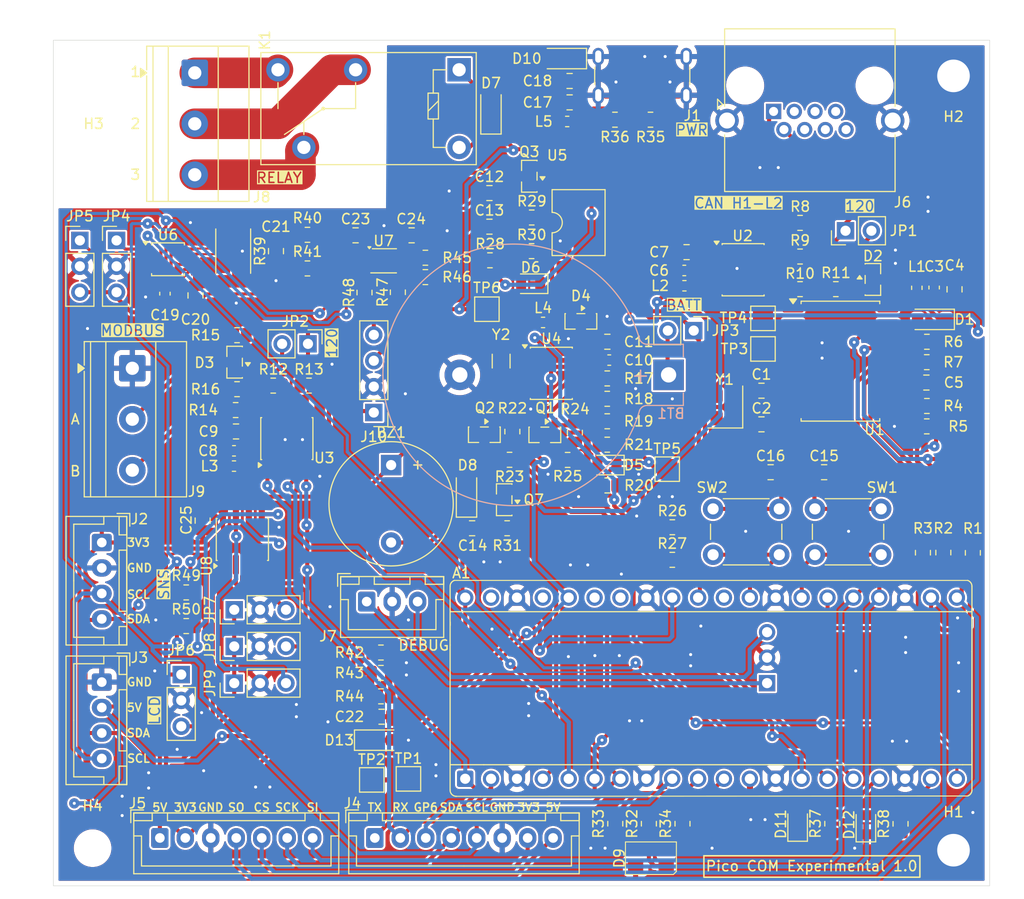
<source format=kicad_pcb>
(kicad_pcb (version 20241229) (generator "pcbnew") (generator_version "9.0")
  (title_block (title "Pico-CAN") (date "2025-10-26") (rev "1.0") (company "PKl"))
  (layers (0 "F.Cu" signal) (2 "B.Cu" signal) (13 "F.Paste" user) (15 "B.Paste" user) (5 "F.SilkS" user "F.Silkscreen") (7 "B.SilkS" user "B.Silkscreen") (1 "F.Mask" user) (3 "B.Mask" user) (25 "Edge.Cuts" user))
  (net 0 "")
  (net 1 "K1_Pin5")
  (net 2 "GPIO12")
  (net 3 "GPIO21")
  (net 4 "GND")
  (net 5 "ADC2")
  (net 6 "ADC_REF")
  (net 7 "GPIO20")
  (net 8 "GPIO9")
  (net 9 "GPIO8")
  (net 10 "ADC0")
  (net 11 "GPIO11")
  (net 12 "SPI0_CS")
  (net 13 "ADC1")
  (net 14 "GPIO2")
  (net 15 "UART0_TX")
  (net 16 "I2C0_SDA")
  (net 17 "SPI0_SCK")
  (net 18 "+3V3")
  (net 19 "SPI0_MOSI")
  (net 20 "I2C0_SCL")
  (net 21 "GPIO3")
  (net 22 "GPIO6")
  (net 23 "SPI0_MISO")
  (net 24 "GPIO7")
  (net 25 "3V3_EN")
  (net 26 "GPIO22")
  (net 27 "UART0_RX")
  (net 28 "3V3")
  (net 29 "GPIO10")
  (net 30 "RUN")
  (net 31 "Net-(BT1-+)")
  (net 32 "Net-(BZ1--)")
  (net 33 "Net-(U1-OSC2)")
  (net 34 "Net-(C1-Pad2)")
  (net 35 "Net-(U1-OSC1)")
  (net 36 "Net-(C2-Pad1)")
  (net 37 "Net-(D1-A)")
  (net 38 "Net-(U1-VDD)")
  (net 39 "Net-(U2-VCC)")
  (net 40 "VDD_RTC")
  (net 41 "CANH")
  (net 42 "CANL")
  (net 43 "+BATT")
  (net 44 "Net-(D5-A)")
  (net 45 "K1_Pin1")
  (net 46 "USB_VBUS")
  (net 47 "USB_CC1")
  (net 48 "USB_CC2")
  (net 53 "SWCLK")
  (net 54 "SWDIO")
  (net 55 "K1_Pin2")
  (net 56 "K1_Pin3")
  (net 57 "K1_Pin4")
  (net 58 "Net-(JP1-B)")
  (net 59 "Net-(Q1-D)")
  (net 60 "I2C0_SDA_RTC")
  (net 61 "Net-(Q2-D)")
  (net 62 "I2C0_SCL_RTC")
  (net 63 "Net-(Q3-B)")
  (net 64 "Net-(Q7-B)")
  (net 65 "Net-(U1-~{RESET})")
  (net 66 "Net-(U2-Rs)")
  (net 68 "CAN_RX")
  (net 74 "CAN_TX")
  (net 76 "Net-(U1-SO)")
  (net 77 "Net-(U2-CANH)")
  (net 78 "Net-(U2-CANL)")
  (net 81 "GPIO15")
  (net 82 "GPIO13")
  (net 83 "GPIO14")
  (net 84 "SPI0_CS_CAN")
  (net 85 "SPI0_SCK_CAN")
  (net 86 "SPI0_MOSI_CAN")
  (net 87 "Net-(U3-VCC)")
  (net 88 "Net-(U4-VDD)")
  (net 89 "Net-(C15-Pad1)")
  (net 90 "Net-(C16-Pad1)")
  (net 91 "Net-(D3-A2)")
  (net 92 "Net-(D3-A1)")
  (net 93 "Net-(D6-A)")
  (net 94 "Net-(D9-DI)")
  (net 95 "Net-(D9-DO)")
  (net 96 "Net-(D9-VDD)")
  (net 97 "RS485_A")
  (net 98 "RS485_B")
  (net 99 "Net-(JP2-B)")
  (net 100 "Net-(R28-Pad2)")
  (net 101 "Net-(R29-Pad1)")
  (net 102 "Net-(U4-OSCO)")
  (net 103 "Net-(U4-OSCI)")
  (net 104 "Net-(D11-A)")
  (net 105 "Net-(D12-A)")
  (net 106 "Net-(U6-Vbus)")
  (net 107 "Net-(U6-Vin-)")
  (net 110 "I2C_5V_SDA")
  (net 111 "I2C_5V_SCL")
  (net 112 "INA+")
  (net 113 "INA-")
  (net 114 "Net-(R42-Pad2)")
  (net 115 "Net-(U7-SCL2)")
  (net 116 "Net-(U7-SDA2)")
  (net 117 "Net-(U8-SDA)")
  (net 118 "Net-(U8-SCL)")
  (net 119 "Net-(JP4-A)")
  (net 120 "Net-(JP5-A)")
  (net 121 "Net-(JP7-B)")
  (net 122 "Net-(JP8-B)")
  (net 123 "Net-(JP6-B)")
  (net 124 "Net-(JP9-B)")
  (footprint "Connector_PinHeader_2.54mm:PinHeader_1x03_P2.54mm_Vertical" (layer "F.Cu") (at 101.55 68.95)
    (property "Reference" "JP4")
    (property "Value" "Jumper_3_Bridged12")
  )
  (footprint "TerminalBlock_Phoenix:TerminalBlock_Phoenix_MKDS-1,5-3_1x03_P5.00mm_Horizontal" (layer "F.Cu") (at 103.1 81.5 -90)
    (property "Reference" "J9")
    (property "Value" "ARK KF301 raster 5.0mm 3 pin")
  )
  (footprint "Capacitor_SMD:C_0603_1608Metric" (layer "F.Cu") (at 106.3 74.175 90)
    (property "Reference" "C19")
    (property "Value" "1uF")
  )
  (footprint "Capacitor_SMD:C_0603_1608Metric" (layer "F.Cu") (at 157.275 71.9 180)
    (property "Reference" "C6")
    (property "Value" "1uF")
  )
  (footprint "Capacitor_SMD:C_0603_1608Metric" (layer "F.Cu") (at 113.0775 89.6 180)
    (property "Reference" "C8")
    (property "Value" "1uF")
  )
  (footprint "Capacitor_SMD:C_0805_2012Metric" (layer "F.Cu") (at 136.45 97.2 180)
    (property "Reference" "C14")
    (property "Value" "100nF")
  )
  (footprint "Capacitor_SMD:C_0805_2012Metric" (layer "F.Cu") (at 110 96.45 -90)
    (property "Reference" "C25")
    (property "Value" "100nF")
  )
  (footprint "Capacitor_SMD:C_0805_2012Metric" (layer "F.Cu") (at 164.85 87)
    (property "Reference" "C2")
    (property "Value" "15pF")
  )
  (footprint "Capacitor_SMD:C_0805_2012Metric" (layer "F.Cu") (at 117.2 70 -90)
    (property "Reference" "C21")
    (property "Value" "100nF")
  )
  (footprint "Crystal:Crystal_SMD_3225-4Pin_3.2x2.5mm" (layer "F.Cu") (at 161.3 85.3 90)
    (property "Reference" "Y1")
    (property "Value" "20.00M-CFPX180")
  )
  (footprint "Package_SO:SOIC-8_3.9x4.9mm_P1.27mm" (layer "F.Cu") (at 144.225 81.995)
    (property "Reference" "U4")
    (property "Value" "PCF8563T")
  )
  (footprint "Resistor_SMD:R_0805_2012Metric" (layer "F.Cu") (at 182.7 99.5875 90)
    (property "Reference" "R2")
    (property "Value" "0")
  )
  (footprint "Button_Switch_THT:SW_PUSH_6mm" (layer "F.Cu") (at 170.1 95.3)
    (property "Reference" "SW1")
    (property "Value" "Tact Switch 6x6mm / 13mm")
  )
  (footprint "Package_DIP:SMDIP-4_W9.53mm" (layer "F.Cu") (at 146.9 67.2 90)
    (property "Reference" "U5")
    (property "Value" "LTV-817S-TA1-C")
  )
  (footprint "Connector_PinHeader_2.54mm:PinHeader_1x03_P2.54mm_Vertical" (layer "F.Cu") (at 97.95 68.95)
    (property "Reference" "JP5")
    (property "Value" "Jumper_3_Bridged12")
  )
  (footprint "Capacitor_SMD:C_0805_2012Metric" (layer "F.Cu") (at 146.02 53.3)
    (property "Reference" "C18")
    (property "Value" "100nF")
  )
  (footprint "Resistor_SMD:R_2512_6332Metric" (layer "F.Cu") (at 113 70 -90)
    (property "Reference" "R39")
    (property "Value" "R_SHUNT")
  )
  (footprint "Capacitor_SMD:C_0805_2012Metric" (layer "F.Cu") (at 125.0125 68.45 180)
    (property "Reference" "C23")
    (property "Value" "100nF")
  )
  (footprint "Connector_USB:USB_C_Receptacle_GCT_USB4125-xx-x_6P_TopMnt_Horizontal" (layer "F.Cu") (at 153.15 51.7 180)
    (property "Reference" "J1")
    (property "Value" "USB_C_Receptacle_PowerOnly_6P")
  )
  (footprint "Capacitor_SMD:C_0805_2012Metric" (layer "F.Cu") (at 127.5625 115.7)
    (property "Reference" "C22")
    (property "Value" "100nF")
  )
  (footprint "Resistor_SMD:R_0805_2012Metric" (layer "F.Cu") (at 120.44 83.2 180)
    (property "Reference" "R13")
    (property "Value" "680")
  )
  (footprint "Connector_PinHeader_2.54mm:PinHeader_1x03_P2.54mm_Vertical" (layer "F.Cu") (at 113.1 112.4 90)
    (property "Reference" "JP9")
    (property "Value" "Jumper_3_Bridged12")
  )
  (footprint "Button_Switch_THT:SW_PUSH_6mm" (layer "F.Cu") (at 160.1 95.3)
    (property "Reference" "SW2")
    (property "Value" "Tact Switch 6x6mm / 13mm")
  )
  (footprint "Resistor_SMD:R_0805_2012Metric" (layer "F.Cu") (at 180.7 99.6 90)
    (property "Reference" "R3")
    (property "Value" "0")
  )
  (footprint "Capacitor_SMD:C_0805_2012Metric" (layer "F.Cu") (at 183.8 73.75 90)
    (property "Reference" "C4")
    (property "Value" "100nF")
  )
  (footprint "Capacitor_SMD:C_0805_2012Metric" (layer "F.Cu") (at 157.5 70.1 180)
    (property "Reference" "C7")
    (property "Value" "100nF")
  )
  (footprint "Resistor_SMD:R_0805_2012Metric" (layer "F.Cu") (at 140.125 90.4825 180)
    (property "Reference" "R23")
    (property "Value" "100")
  )
  (footprint "Capacitor_SMD:C_0805_2012Metric" (layer "F.Cu") (at 164.85 83.7 180)
    (property "Reference" "C1")
    (property "Value" "15pF")
  )
  (footprint "Inductor_SMD:L_0603_1608Metric" (layer "F.Cu") (at 143.4125 77)
    (property "Reference" "L4")
    (property "Value" "BLM18AG601SN1D")
  )
  (footprint "Resistor_SMD:R_0805_2012Metric" (layer "F.Cu") (at 127.5 111.4 180)
    (property "Reference" "R43")
    (property "Value" "200K")
  )
  (footprint "Capacitor_SMD:C_0805_2012Metric" (layer "F.Cu") (at 138.15 67.6 180)
    (property "Reference" "C13")
    (property "Value" "10uF")
  )
  (footprint "TestPoint:TestPoint_Pad_2.0x2.0mm" (layer "F.Cu") (at 165 76.6)
    (property "Reference" "TP4")
    (property "Value" "TestPoint")
  )
  (footprint "Connector_JST:JST_XH_B7B-XH-A_1x07_P2.50mm_Vertical" (layer "F.Cu") (at 105.8 127.6)
    (property "Reference" "J5")
    (property "Value" "SPI")
  )
  (footprint "Connector_PinHeader_2.54mm:PinHeader_1x02_P2.54mm_Vertical" (layer "F.Cu") (at 158.2 77.8 -90)
    (property "Reference" "JP3")
    (property "Value" "Jumper_2_Bridged")
  )
  (footprint "Diode_SMD:D_SOD-123F" (layer "F.Cu") (at 135.9 93.9 90)
    (property "Reference" "D8")
    (property "Value" "1N4148W-DIO")
  )
  (footprint "Resistor_SMD:R_0805_2012Metric" (layer "F.Cu") (at 181.0875 78.9 180)
    (property "Reference" "R6")
    (property "Value" "1K")
  )
  (footprint "Package_TO_SOT_SMD:SOT-23" (layer "F.Cu") (at 113.14 80.9 180)
    (property "Reference" "D3")
    (property "Value" "SM712.TCT")
  )
  (footprint "Capacitor_SMD:C_0805_2012Metric" (layer "F.Cu") (at 130.5125 68.45)
    (property "Reference" "C24")
    (property "Value" "100nF")
  )
  (footprint "Diode_SMD:D_SOD-123F" (layer "F.Cu") (at 127.1125 118)
    (property "Reference" "D13")
    (property "Value" "BZT52C3V6-DIO")
  )
  (footprint "Resistor_SMD:R_0805_2012Metric" (layer "F.Cu") (at 113.3775 83.55 180)
    (property "Reference" "R16")
    (property "Value" "0")
  )
  (footprint "Connector_JST:JST_XH_B4B-XH-A_1x04_P2.50mm_Vertical" (layer "F.Cu") (at 100.1 98.6 -90)
    (property "Reference" "J2")
    (property "Value" "Sensor")
  )
  (footprint "Package_SO:VSSOP-8_2.3x2mm_P0.5mm" (layer "F.Cu") (at 127.7625 70.95)
    (property "Reference" "U7")
    (property "Value" "PCA9306DCUR")
  )
  (footprint "Connector_PinHeader_2.54mm:PinHeader_1x03_P2.54mm_Vertical" (layer "F.Cu") (at 113.1 105.2 90)
    (property "Reference" "JP7")
    (property "Value" "Jumper_3_Bridged12")
  )
  (footprint "Resistor_SMD:R_0805_2012Metric" (layer "F.Cu") (at 149.7125 89)
    (property "Reference" "R21")
    (property "Value" "10K")
  )
  (footprint "Resistor_SMD:R_0805_2012Metric" (layer "F.Cu") (at 120.2875 68.4)
    (property "Reference" "R40")
    (property "Value" "10")
  )
  (footprint "Package_TO_SOT_SMD:SOT-23" (layer "F.Cu") (at 143.5875 88.0325 -90)
    (property "Reference" "Q1")
    (property "Value" "BSS138-ONS")
  )
  (footprint "Capacitor_SMD:C_0805_2012Metric" (layer "F.Cu") (at 181.0375 82.9 180)
    (property "Reference" "C5")
    (property "Value" "100nF")
  )
  (footprint "Resistor_SMD:R_0805_2012Metric" (layer "F.Cu") (at 153.9575 57.1 180)
    (property "Reference" "R35")
    (property "Value" "5K1")
  )
  (footprint "Connector_PinHeader_2.54mm:PinHeader_1x02_P2.54mm_Vertical" (layer "F.Cu") (at 120.34 79.1 -90)
    (property "Reference" "JP2")
    (property "Value" "Jumper_2_Bridged")
  )
  (footprint "MountingHole:MountingHole_3.2mm_M3" (layer "F.Cu") (at 99.3 53)
    (property "Reference" "H3")
    (property "Value" "MountingHole")
  )
  (footprint "Package_SO:VSSOP-10_3x3mm_P0.5mm" (layer "F.Cu") (at 106.6 70.8)
    (property "Reference" "U6")
    (property "Value" "INA226AIDGST")
  )
  (footprint "Resistor_SMD:R_0805_2012Metric" (layer "F.Cu") (at 150.5 126.2 90)
    (property "Reference" "R33")
    (property "Value" "220")
  )
  (footprint "TestPoint:TestPoint_Pad_2.0x2.0mm" (layer "F.Cu") (at 126.6 121.9)
    (property "Reference" "TP2")
    (property "Value" "TestPoint")
  )
  (footprint "Resistor_SMD:R_0805_2012Metric" (layer "F.Cu") (at 138.2 70.9 180)
    (property "Reference" "R28")
    (property "Value" "120")
  )
  (footprint "Diode_SMD:D_SOD-123F" (layer "F.Cu") (at 138.3 56.3 90)
    (property "Reference" "D7")
    (property "Value" "1N4007FLTR")
  )
  (footprint "TestPoint:TestPoint_Pad_2.0x2.0mm" (layer "F.Cu") (at 165 79.6)
    (property "Reference" "TP3")
    (property "Value" "TestPoint")
  )
  (footprint "Inductor_SMD:L_0603_1608Metric" (layer "F.Cu") (at 157.2875 73.4)
    (property "Reference" "L2")
    (property "Value" "BLM18AG601SN1D")
  )
  (footprint "Capacitor_SMD:C_0805_2012Metric" (layer "F.Cu") (at 146.02 55.4)
    (property "Reference" "C17")
    (property "Value" "10uF")
  )
  (footprint "Resistor_SMD:R_0805_2012Metric" (layer "F.Cu") (at 149.7125 84.495 180)
    (property "Reference" "R18")
    (property "Value" "15K")
  )
  (footprint "Resistor_SMD:R_0805_2012Metric" (layer "F.Cu") (at 168.6375 67.23)
    (property "Reference" "R8")
    (property "Value" "47K")
  )
  (footprint "Resistor_SMD:R_0805_2012Metric" (layer "F.Cu") (at 150.47 57.1)
    (property "Reference" "R36")
    (property "Value" "5K1")
  )
  (footprint "Resistor_SMD:R_0805_2012Metric" (layer "F.Cu") (at 146.5375 87.8075 -90)
    (property "Reference" "R24")
    (property "Value" "4K7")
  )
  (footprint "Resistor_SMD:R_0805_2012Metric" (layer "F.Cu") (at 181.0875 85.2)
    (property "Reference" "R4")
    (property "Value" "100K")
  )
  (footprint "Connector_RJ:RJ45_Amphenol_RJHSE5380" (layer "F.Cu") (at 166.04 56.29)
    (property "Reference" "J6")
    (property "Value" "CAN")
  )
  (footprint "Connector_JST:JST_XH_B4B-XH-A_1x04_P2.50mm_Vertical" (layer "F.Cu") (at 100.1 112.3 -90)
    (property "Reference" "J3")
    (property "Value" "LCD 16x2")
  )
  (footprint "Resistor_SMD:R_0805_2012Metric" (layer "F.Cu") (at 168.6375 73.73)
    (property "Reference" "R10")
    (property "Value" "0")
  )
  (footprint "Connector_PinHeader_2.54mm:PinHeader_1x02_P2.54mm_Vertical" (layer "F.Cu") (at 173.1 68 90)
    (property "Reference" "JP1")
    (property "Value" "Jumper_2_Bridged")
  )
  (footprint "Relay_THT:Relay_SPDT_Omron-G5Q-1" (layer "F.Cu") (at 135.175 52.2 180)
    (property "Reference" "K1")
    (property "Value" "G5Q-14-EU-5DC")
  )
  (footprint "TestPoint:TestPoint_Pad_2.0x2.0mm" (layer "F.Cu") (at 130.2 121.8)
    (property "Reference" "TP1")
    (property "Value" "TestPoint")
  )
  (footprint "Diode_SMD:D_SOD-123F" (layer "F.Cu") (at 145.47 51.1 180)
    (property "Reference" "D10")
    (property "Value" "SMF5.0A")
  )
  (footprint "Resistor_SMD:R_0805_2012Metric" (layer "F.Cu") (at 120.2875 71.7)
    (property "Reference" "R41")
    (property "Value" "10")
  )
  (footprint "Connector_JST:JST_XH_B3B-XH-A_1x03_P2.50mm_Vertical" (layer "F.Cu") (at 126.1 104.4)
    (property "Reference" "J7")
    (property "Value" "DEBUG")
  )
  (footprint "Resistor_SMD:R_0805_2012Metric" (layer "F.Cu") (at 181.075 87.2)
    (property "Reference" "R5")
    (property "Value" "0")
  )
  (footprint "Connector_PinHeader_2.54mm:PinHeader_1x03_P2.54mm_Vertical" (layer "F.Cu") (at 113.1 108.8 90)
    (property "Reference" "JP8")
    (property "Value" "Jumper_3_Bridged12")
  )
  (footprint "Capacitor_SMD:C_0805_2012Metric" (layer "F.Cu") (at 149.725 78.895)
    (property "Reference" "C11")
    (property "Value" "100nF")
  )
  (footprint "Connector_PinHeader_2.54mm:PinHeader_1x04_P2.54mm_Vertical" (layer "F.Cu") (at 126.8 85.84 180)
    (property "Reference" "J10")
    (property "Value" "ATMega")
  )
  (footprint "Resistor_SMD:R_0805_2012Metric" (layer "F.Cu") (at 116.9275 83.2)
    (property "Reference" "R12")
    (property "Value" "120")
  )
  (footprint "Resistor_SMD:R_0805_2012Metric" (layer "F.Cu") (at 113.24 85.6 180)
    (property "Reference" "R14")
    (property "Value" "680")
  )
  (footprint "Resistor_SMD:R_0805_2012Metric" (layer "F.Cu") (at 172.15 73.73 180)
    (property "Reference" "R11")
    (property "Value" "120")
  )
  (footprint "Resistor_SMD:R_0805_2012Metric" (layer "F.Cu") (at 145.825 90.495)
    (property "Reference" "R25")
    (property "Value" "100")
  )
  (footprint "Resistor_SMD:R_0805_2012Metric" (layer "F.Cu") (at 149.7125 93 180)
    (property "Reference" "R20")
    (property "Value" "4K7")
  )
  (footprint "Inductor_SMD:L_0603_1608Metric" (layer "F.Cu") (at 113.0775 91.1)
    (property "Reference" "L3")
    (property "Value" "BLM18AG601SN1D")
  )
  (footprint "Resistor_SMD:R_0805_2012Metric" (layer "F.Cu") (at 140.4 87.7125 -90)
    (property "Reference" "R22")
    (property "Value" "4K7")
  )
  (footprint "Connector_PinHeader_2.54mm:PinHeader_1x03_P2.54mm_Vertical" (layer "F.Cu") (at 107.9 111.56)
    (property "Reference" "JP6")
    (property "Value" "Jumper_3_Bridged12")
  )
  (footprint "Resistor_SMD:R_0805_2012Metric" (layer "F.Cu") (at 157.1 126.2 90)
    (property "Reference" "R34")
    (property "Value" "220")
  )
  (footprint "Inductor_SMD:L_0603_1608Metric" (layer "F.Cu") (at 180.1 73.6 90)
    (property "Reference" "L1")
    (property "Value" "BLM18AG601SN1D")
  )
  (footprint "Package_TO_SOT_SMD:SOT-23" (layer "F.Cu") (at 147.125 76.895 -90)
    (property "Reference" "D4")
    (property "Value" "BAT54C-DIO")
  )
  (footprint "Resistor_SMD:R_0805_2012Metric" (layer "F.Cu") (at 156.1 100.3 180)
    (property "Reference" "R27")
    (property "Value" "100K")
  )
  (footprint "Capacitor_SMD:C_0805_2012Metric" (layer "F.Cu") (at 165.75 91.7 180)
    (property "Reference" "C16")
    (property "Value" "100nF")
  )
  (footprint "Resistor_SMD:R_0805_2012Metric" (layer "F.Cu") (at 149.7125 86.7)
    (property "Reference" "R19")
    (property "Value" "10K")
  )
  (footprint "Resistor_SMD:R_0805_2012Metric" (layer "F.Cu") (at 113.3775 78.25)
    (property "Reference" "R15")
    (property "Value" "0")
  )
  (footprint "TestPoint:TestPoint_Pad_2.0x2.0mm" (layer "F.Cu") (at 137.9 75.7)
    (property "Reference" "TP6")
    (property "Value" "TestPoint")
  )
  (footprint "Crystal:Crystal_SMD_3215-2Pin_3.2x1.5mm" (layer "F.Cu") (at 139.3 80.795 -90)
    (property "Reference" "Y2")
    (property "Value" "32.768K-CFPX217")
  )
  (footprint "Capacitor_SMD:C_0603_1608Metric" (layer "F.Cu") (at 149.91 80.695)
    (property "Reference" "C10")
    (property "Value" "1uF")
  )
  (footprint "Resistor_SMD:R_0805_2012Metric" (layer "F.Cu") (at 181.075 80.9)
    (property "Reference" "R7")
    (property "Value" "10K")
  )
  (footprint "MountingHole:MountingHole_3.2mm_M3_DIN965_Pad" (layer "F.Cu") (at 183.7 52.8)
    (property "Reference" "H2")
    (property "Value" "MountingHole_Pad")
  )
  (footprint "Resistor_SMD:R_0805_2012Metric" (layer "F.Cu") (at 185.6 99.6125 90)
    (property "Reference" "R1")
    (property "Value" "0")
  )
  (footprint "LED_SMD:LED_Avago_PLCC4_3.2x2.8mm_CW" (layer "F.Cu") (at 154 129.5875 180)
    (property "Reference" "D9")
    (property "Value" "OSTBPCS2C2B")
  )
  (footprint "Inductor_SMD:L_0603_1608Metric" (layer "F.Cu") (at 145.7825 57.275)
    (property "Reference" "L5")
    (property "Value" "BLM18AG221SN1D")
  )
  (footprint "Package_TO_SOT_SMD:SOT-23" (layer "F.Cu") (at 142.0625 62.65 180)
    (property "Reference" "Q3")
    (property "Value" "BC817-40-DIO")
  )
  (footprint "Resistor_SMD:R_0805_2012Metric" (layer "F.Cu") (at 127.5 109.4)
    (property "Reference" "R42")
    (property "Value" "100K")
  )
  (footprint "Package_SO:SOIC-8_3.9x4.9mm_P1.27mm" (layer "F.Cu") (at 113.9 98.3 90)
    (property "Reference" "U8")
    (property "Value" "M24C32-WMN6TP")
  )
  (footprint "Package_SO:SOIC-8_3.9x4.9mm_P1.27mm" (layer "F.Cu") (at 118.265 88.4 90)
    (property "Reference" "U3")
    (property "Value" "MAX3485EESA+")
  )
  (footprint "Resistor_SMD:R_0805_2012Metric" (layer "F.Cu") (at 156.1 97.1)
    (property "Reference" "R26")
    (property "Value" "100K")
  )
  (footprint "Capacitor_SMD:C_0805_2012Metric" (layer "F.Cu") (at 109.3 74.35 90)
    (property "Reference" "C20")
    (property "Value" "100nF")
  )
  (footprint "Resistor_SMD:R_0805_2012Metric" (layer "F.Cu") (at 139.8875 97.2)
    (property "Reference" "R31")
    (property "Value" "1K")
  )
  (footprint "LED_SMD:LED_0805_2012Metric" (layer "F.Cu") (at 142.2 73.2 180)
    (property "Reference" "D6")
    (property "Value" "LED")
  )
  (footprint "Package_TO_SOT_SMD:SOT-23" (layer "F.Cu") (at 137.65 88.02 -90)
    (property "Reference" "Q2")
    (property "Value" "BSS138-ONS")
  )
  (footprint "Resistor_SMD:R_0805_2012Metric" (layer "F.Cu") (at 129.1625 74.0375 -90)
    (property "Reference" "R47")
    (property "Value" "4K7")
  )
  (footprint "Resistor_SMD:R_0805_2012Metric" (layer "F.Cu") (at 153.8 126.2 90)
    (property "Reference" "R32")
    (property "Value" "220")
  )
  (footprint "Package_SO:SOIC-18W_7.5x11.6mm_P1.27mm" (layer "F.Cu") (at 172.6 80.8)
    (property "Reference" "U1")
    (property "Value" "MCP2515-I/SO")
  )
  (footprint "Package_SO:SOIC-8_3.9x4.9mm_P1.27mm" (layer "F.Cu") (at 163.05 71.83)
    (property "Reference" "U2")
    (property "Value" "SN65HVD230DR")
  )
  (footprint "Capacitor_SMD:C_0805_2012Metric" (layer "F.Cu") (at 171 91.7)
    (property "Reference" "C15")
    (property "Value" "100nF")
  )
  (footprint "MountingHole:MountingHole_3.2mm_M3" (layer "F.Cu") (at 99.2 128.6)
    (property "Reference" "H4")
    (property "Value" "MountingHole")
  )
  (footprint "Connector_JST:JST_XH_B8B-XH-A_1x08_P2.50mm_Vertical" (layer "F.Cu") (at 126.9 127.6)
    (property "Reference" "J4")
    (property "Value" "Additional connector")
  )
  (footprint "Resistor_SMD:R_0805_2012Metric" (layer "F.Cu") (at 108.3875 103.5)
    (property "Reference" "R49")
    (property "Value" "0")
  )
  (footprint "Resistor_SMD:R_0805_2012Metric" (layer "F.Cu") (at 171.8 126.2 90)
    (property "Reference" "R37")
    (property "Value" "220")
  )
  (footprint "Capacitor_SMD:C_0805_2012Metric" (layer "F.Cu") (at 138.15 64.3 180)
    (property "Reference" "C12")
    (property "Value" "100nF")
  )
  (footprint "LED_SMD:LED_0805_2012Metric" (layer "F.Cu") (at 168.4 126.2375 90)
    (property "Reference" "D11")
    (property "Value" "LED")
  )
  (footprint "Resistor_SMD:R_0805_2012Metric" (layer "F.Cu") (at 125.8875 74.065 90)
    (property "Reference" "R48")
    (property "Value" "4K7")
  )
  (footprint "Resistor_SMD:R_0805_2012Metric" (layer "F.Cu") (at 142.2875 70)
    (property "Reference" "R30")
    (property "Value" "220")
  )
  (footprint "Capacitor_SMD:C_0805_2012Metric" (layer "F.Cu") (at 113.2775 87.7 180)
    (property "Reference" "C9")
    (property "Value" "100nF")
  )
  (footprint "Package_TO_SOT_SMD:SOT-23" (layer "F.Cu") (at 139.6 94.4 180)
    (property "Reference" "Q7")
    (property "Value" "BC817-40-DIO")
  )
  (footprint "Resistor_SMD:R_0805_2012Metric" (layer "F.Cu") (at 131.8625 72.55 180)
    (property "Reference" "R46")
    (property "Value" "0")
  )
  (footprint "Library:RaspberryPi_Pico_Common_Unspecified" (layer "F.Cu") (at 159.9 112.9 90)
    (property "Reference" "A1")
    (property "Value" "RaspberryPi Pico 2W")
  )
  (footprint "LED_SMD:LED_0805_2012Metric" (layer "F.Cu") (at 149.6875 91 180)
    (property "Reference" "D5")
    (property "Value" "LED")
  )
  (footprint "Resistor_SMD:R_0805_2012Metric" (layer "F.Cu") (at 131.8625 70.65 180)
    (property "Reference" "R45")
    (property "Value" "0")
  )
  (footprint "Resistor_SMD:R_0805_2012Metric" (layer "F.Cu") (at 168.6375 70.53)
    (property "Reference" "R9")
    (property "Value" "0")
  )
  (footprint "Package_TO_SOT_SMD:SOT-23" (layer "F.Cu") (at 175.7875 72.78)
    (property "Reference" "D2")
    (property "Value" "PESD1CAN.215")
  )
  (footprint "Buzzer_Beeper:Buzzer_12x9.5RM7.6" (layer "F.Cu") (at 128.5 91 -90)
    (property "Reference" "BZ1")
    (property "Value" "Buzzer 5V 12mm")
  )
  (footprint "TerminalBlock_Phoenix:TerminalBlock_Phoenix_MKDS-1,5-3_1x03_P5.00mm_Horizontal" (layer "F.Cu") (at 109.2275 52.5 -90)
    (property "Reference" "J8")
    (property "Value" "ARK KF301 raster 5.0mm 3 pin")
  )
  (footprint "Resistor_SMD:R_0805_2012Metric" (layer "F.Cu") (at 178.5 126.2125 90)
    (property "Reference" "R38")
    (property "Value" "220")
  )
  (footprint "Diode_SMD:D_SOD-123F" (layer "F.Cu") (at 181.575 76.7 180)
    (property "Reference" "D1")
    (property "Value" "1N4148W-DIO")
  )
  (footprint "Resistor_SMD:R_0805_2012Metric" (layer "F.Cu") (at 149.7125 82.495 180)
    (property "Reference" "R17")
    (property "Value" "15K")
  )
  (footprint "Resistor_SMD:R_0805_2012Metric" (layer "F.Cu") (at 127.5 113.7)
    (property "Reference" "R44")
    (property "Value" "1K")
  )
  (footprint "LED_SMD:LED_0805_2012Metric" (layer "F.Cu") (at 175.1 126.3 90)
    (property "Reference" "D12")
    (property "Value" "LED")
  )
  (footprint "MountingHole:MountingHole_3.2mm_M3_DIN965_Pad" (layer "F.Cu") (at 183.7 128.8)
    (property "Reference" "H1")
    (property "Value" "MountingHole_Pad")
  )
  (footprint "Resistor_SMD:R_0805_2012Metric" (layer "F.Cu") (at 108.3875 106.8)
    (property "Reference" "R50")
    (property "Value" "0")
  )
  (footprint "TestPoint:TestPoint_Pad_2.0x2.0mm" (layer "F.Cu") (at 155.6 91.4)
    (property "Reference" "TP5")
    (property "Value" "TestPoint")
  )
  (footprint "Capacitor_SMD:C_0603_1608Metric" (layer "F.Cu") (at 181.8 73.575 90)
    (property "Reference" "C3")
    (property "Value" "1uF")
  )
  (footprint "Resistor_SMD:R_0805_2012Metric" (layer "F.Cu") (at 142.3 66.7)
    (property "Reference" "R29")
    (property "Value" "470")
  )
  (footprint "Battery:BatteryHolder_Keystone_104_1x23mm" (layer "B.Cu") (at 155.7325 82.145001 180)
    (property "Reference" "BT1")
    (property "Value" "CR2032")
  )
  (gr_rect (start 159.2 129.35) (end 180.4 131.45) (stroke (width 0.15)) (fill no) (layer "F.SilkS"))
  (gr_rect (start 95.35 49.3) (end 187.25 132.3) (stroke (width 0.05)) (fill no) (layer "Edge.Cuts"))
  (gr_text "MODBUS" (at 103.1 77.8 0) (layer "F.SilkS" knockout) (effects (font (size 1 1))))
  (gr_text "GND" (at 139.4 124.6 0) (layer "F.SilkS") (effects (font (size 0.8 0.8))))
  (gr_text "SCL" (at 136.9 124.6 0) (layer "F.SilkS") (effects (font (size 0.8 0.8))))
  (gr_text "3V3" (at 108.3 124.6 0) (layer "F.SilkS") (effects (font (size 0.8 0.8))))
  (gr_text "RELAY" (at 117.5 62.8 0) (layer "F.SilkS" knockout) (effects (font (size 1 1))))
  (gr_text "A" (at 97.5 86.5 0) (layer "F.SilkS") (effects (font (size 1 1))))
  (gr_text "CS" (at 115.8 124.6 0) (layer "F.SilkS") (effects (font (size 0.8 0.8))))
  (gr_text "5V" (at 144.4 124.6 0) (layer "F.SilkS") (effects (font (size 0.8 0.8))))
  (gr_text "SCK" (at 118.3 124.6 0) (layer "F.SilkS") (effects (font (size 0.8 0.8))))
  (gr_text "3V3" (at 103.7 98.6 0) (layer "F.SilkS") (effects (font (size 0.8 0.8))))
  (gr_text "3V3" (at 142 124.6 0) (layer "F.SilkS") (effects (font (size 0.8 0.8))))
  (gr_text "B" (at 97.5 91.6 0) (layer "F.SilkS") (effects (font (size 1 1))))
  (gr_text "SDA" (at 103.7 106.1 0) (layer "F.SilkS") (effects (font (size 0.8 0.8))))
  (gr_text "120" (at 122.7 79 90) (layer "F.SilkS" knockout) (effects (font (size 1 1))))
  (gr_text "1" (at 103.4 52.4 0) (layer "F.SilkS") (effects (font (size 1 1))))
  (gr_text "GP6" (at 131.9 124.6 0) (layer "F.SilkS") (effects (font (size 0.8 0.8))))
  (gr_text "2" (at 103.4 57.5 0) (layer "F.SilkS") (effects (font (size 1 1))))
  (gr_text "3" (at 103.4 62.5 0) (layer "F.SilkS") (effects (font (size 1 1))))
  (gr_text "PWR" (at 158 58.1 0) (layer "F.SilkS" knockout) (effects (font (size 1 1))))
  (gr_text "5V" (at 103.3 114.8 0) (layer "F.SilkS") (effects (font (size 0.8 0.8))))
  (gr_text "LCD" (at 105.3 115.1 90) (layer "F.SilkS" knockout) (effects (font (size 1 1))))
  (gr_text "SO" (at 113.3 124.6 0) (layer "F.SilkS") (effects (font (size 0.8 0.8))))
  (gr_text "GND" (at 103.8 112.3 0) (layer "F.SilkS") (effects (font (size 0.8 0.8))))
  (gr_text "BATT" (at 157.2 75.3 0) (layer "F.SilkS" knockout) (effects (font (size 1 1))))
  (gr_text "GND" (at 110.8 124.6 0) (layer "F.SilkS") (effects (font (size 0.8 0.8))))
  (gr_text "SI" (at 120.8 124.6 0) (layer "F.SilkS") (effects (font (size 0.8 0.8))))
  (gr_text "SCL" (at 103.7 103.7 0) (layer "F.SilkS") (effects (font (size 0.8 0.8))))
  (gr_text "Pico COM Experimental 1.0" (at 159.3 130.95 0) (layer "F.SilkS") (effects (font (size 1 1)) (justify left bottom)))
  (gr_text "TX" (at 126.9 124.6 0) (layer "F.SilkS") (effects (font (size 0.8 0.8))))
  (gr_text "120" (at 174.5 65.6 0) (layer "F.SilkS" knockout) (effects (font (size 1 1))))
  (gr_text "SDA" (at 134.4 124.6 0) (layer "F.SilkS") (effects (font (size 0.8 0.8))))
  (gr_text "SNS" (at 106.2 102.7 90) (layer "F.SilkS" knockout) (effects (font (size 1 1))))
  (gr_text "CAN H1-L2" (at 162.6 65.3 0) (layer "F.SilkS" knockout) (effects (font (size 1 1))))
  (gr_text "DEBUG" (at 131.7 108.7 0) (layer "F.SilkS") (effects (font (size 1 1))))
  (gr_text "SDA" (at 103.7 117.3 0) (layer "F.SilkS") (effects (font (size 0.8 0.8))))
  (gr_text "5V" (at 105.8 124.6 0) (layer "F.SilkS") (effects (font (size 0.8 0.8))))
  (gr_text "GND" (at 103.8 101.1 0) (layer "F.SilkS") (effects (font (size 0.8 0.8))))
  (gr_text "RX" (at 129.4 124.6 0) (layer "F.SilkS") (effects (font (size 0.8 0.8))))
  (gr_text "SCL" (at 103.7 119.8 0) (layer "F.SilkS") (effects (font (size 0.8 0.8))))
  (segment (start 132.8 86.7) (end 128.5 91) (width 0.4) (layer "F.Cu") (net 1))
  (segment (start 133.23 101.45) (end 135.78 104) (width 0.4) (layer "F.Cu") (net 1))
  (segment (start 138.3 57.7) (end 140.5 59.9) (width 0.4) (layer "F.Cu") (net 1))
  (segment (start 140.5 60.1) (end 140.6 60) (width 0.4) (layer "F.Cu") (net 1))
  (segment (start 135.5 95.7) (end 135.9 95.3) (width 0.4) (layer "F.Cu") (net 1))
  (segment (start 129.1625 73.125) (end 127.5625 73.125) (width 0.4) (layer "F.Cu") (net 1))
  (segment (start 140.8 131.2) (end 105.3 131.2) (width 0.4) (layer "F.Cu") (net 1))
  (segment (start 125.1875 108.3) (end 134.8 108.3) (width 0.4) (layer "F.Cu") (net 1))
  (segment (start 137.9 75.7) (end 134.2 75.7) (width 0.4) (layer "F.Cu") (net 1))
  (segment (start 144.995 57.275) (end 146.87 55.4) (width 0.4) (layer "F.Cu") (net 1))
  (segment (start 146.97 53.3) (end 146.97 55.4) (width 0.4) (layer "F.Cu") (net 1))
  (segment (start 104.5 114.7) (end 100.2 114.7) (width 0.4) (layer "F.Cu") (net 1))
  (segment (start 144.995 57.275) (end 145.63 57.91) (width 0.4) (layer "F.Cu") (net 1))
  (segment (start 138.3 57.7) (end 136.18 59.82) (width 0.4) (layer "F.Cu") (net 1))
  (segment (start 146.87 51.1) (end 146.87 53.2) (width 0.4) (layer "F.Cu") (net 1))
  (segment (start 135.5 97.2) (end 135.5 103.72) (width 0.4) (layer "F.Cu") (net 1))
  (segment (start 111.9 117.6) (end 118.7 117.6) (width 0.4) (layer "F.Cu") (net 1))
  (segment (start 129.1625 70.2) (end 128.1125 70.2) (width 0.3) (layer "F.Cu") (net 1))
  (segment (start 145.63 61.605) (end 144.995 62.24) (width 0.4) (layer "F.Cu") (net 1))
  (segment (start 129.5625 66.1375) (end 129.9 65.8) (width 0.3) (layer "F.Cu") (net 1))
  (segment (start 98.3 124.2) (end 97.6 124.2) (width 0.4) (layer "F.Cu") (net 1))
  (segment (start 129.1625 70.2) (end 129.1625 70.625) (width 0.3) (layer "F.Cu") (net 1))
  (segment (start 135.78 107.32) (end 135.78 104) (width 0.4) (layer "F.Cu") (net 1))
  (segment (start 127.45 101.45) (end 133.23 101.45) (width 0.4) (layer "F.Cu") (net 1))
  (segment (start 146.87 55.4) (end 146.97 55.4) (width 0.4) (layer "F.Cu") (net 1))
  (segment (start 144.4 127.6) (end 140.8 131.2) (width 0.4) (layer "F.Cu") (net 1))
  (segment (start 135.5 103.72) (end 135.78 104) (width 0.4) (layer "F.Cu") (net 1))
  (segment (start 126.45 93.05) (end 126.45 100.45) (width 0.4) (layer "F.Cu") (net 1))
  (segment (start 124.8 111.5) (end 124.8 108.7) (width 0.4) (layer "F.Cu") (net 1))
  (segment (start 127.5625 70.75) (end 127.5625 73.125) (width 0.3) (layer "F.Cu") (net 1))
  (segment (start 135.7 65.8) (end 137.2 64.3) (width 0.3) (layer "F.Cu") (net 1))
  (segment (start 137.2 64.3) (end 137.2 67.6) (width 0.4) (layer "F.Cu") (net 1))
  (segment (start 125.915 73.125) (end 125.8875 73.1525) (width 0.4) (layer "F.Cu") (net 1))
  (segment (start 136.1 68.7) (end 136.1 74.8) (width 0.4) (layer "F.Cu") (net 1))
  (segment (start 135.2 75.7) (end 137.9 75.7) (width 0.4) (layer "F.Cu") (net 1))
  (segment (start 125.1875 108.3125) (end 125.1875 108.3) (width 0.4) (layer "F.Cu") (net 1))
  (segment (start 105.3 131.2) (end 98.3 124.2) (width 0.4) (layer "F.Cu") (net 1))
  (segment (start 105.8 127.6) (end 105.8 116) (width 0.4) (layer "F.Cu") (net 1))
  (segment (start 129.5625 68.45) (end 129.5625 69.8) (width 0.3) (layer "F.Cu") (net 1))
  (segment (start 105.8 116) (end 104.5 114.7) (width 0.4) (layer "F.Cu") (net 1))
  (segment (start 144.7 60) (end 145.63 60.93) (width 0.4) (layer "F.Cu") (net 1))
  (segment (start 140.5 59.9) (end 140.5 60.1) (width 0.4) (layer "F.Cu") (net 1))
  (segment (start 128.1125 70.2) (end 127.5625 70.75) (width 0.3) (layer "F.Cu") (net 1))
  (segment (start 100.2 114.7) (end 100.1 114.8) (width 0.4) (layer "F.Cu") (net 1))
  (segment (start 129.9 65.8) (end 135.7 65.8) (width 0.3) (layer "F.Cu") (net 1))
  (segment (start 118.7 117.6) (end 124.8 111.5) (width 0.4) (layer "F.Cu") (net 1))
  (segment (start 127.5625 73.125) (end 125.915 73.125) (width 0.4) (layer "F.Cu") (net 1))
  (segment (start 129.5625 69.8) (end 129.1625 70.2) (width 0.3) (layer "F.Cu") (net 1))
  (segment (start 132.8 77.1) (end 132.8 86.7) (width 0.4) (layer "F.Cu") (net 1))
  (segment (start 126.45 100.45) (end 127.45 101.45) (width 0.4) (layer "F.Cu") (net 1))
  (segment (start 126.5875 109.7) (end 125.1875 108.3) (width 0.4) (layer "F.Cu") (net 1))
  (segment (start 124.8 108.7) (end 125.1875 108.3125) (width 0.4) (layer "F.Cu") (net 1))
  (segment (start 137.2 67.6) (end 136.1 68.7) (width 0.4) (layer "F.Cu") (net 1))
  (segment (start 145.63 57.91) (end 145.63 61.605) (width 0.4) (layer "F.Cu") (net 1))
  (segment (start 140.6 60) (end 144.7 60) (width 0.4) (layer "F.Cu") (net 1))
  (segment (start 145.63 60.93) (end 145.63 62.435) (width 0.4) (layer "F.Cu") (net 1))
  (segment (start 134.2 75.7) (end 132.8 77.1) (width 0.4) (layer "F.Cu") (net 1))
  (segment (start 128.5 91) (end 126.45 93.05) (width 0.4) (layer "F.Cu") (net 1))
  (segment (start 134.8 108.3) (end 135.78 107.32) (width 0.4) (layer "F.Cu") (net 1))
  (segment (start 129.5625 68.45) (end 129.5625 66.1375) (width 0.3) (layer "F.Cu") (net 1))
  (segment (start 135.5 97.2) (end 135.5 95.7) (width 0.4) (layer "F.Cu") (net 1))
  (segment (start 136.18 59.82) (end 135.175 59.82) (width 0.4) (layer "F.Cu") (net 1))
  (segment (start 136.1 74.8) (end 135.2 75.7) (width 0.4) (layer "F.Cu") (net 1))
  (segment (start 146.87 53.2) (end 146.97 53.3) (width 0.4) (layer "F.Cu") (net 1))
  (via (at 140.5 60.1) (size 1) (drill 0.3) (layers "F.Cu" "B.Cu") (net 1))
  (via (at 135.2 75.7) (size 1) (drill 0.3) (layers "F.Cu" "B.Cu") (net 1))
  (via (at 97.4 124.2) (size 1) (drill 0.3) (layers "F.Cu" "B.Cu") (net 1))
  (via (at 111.9 117.6) (size 1) (drill 0.3) (layers "F.Cu" "B.Cu") (net 1))
  (segment (start 105.3 120) (end 109.5 120) (width 0.4) (layer "B.Cu") (net 1))
  (segment (start 100.1 114.8) (end 101.8 116.5) (width 0.4) (layer "B.Cu") (net 1))
  (segment (start 135.9 63.5) (end 135.9 74.6) (width 0.4) (layer "B.Cu") (net 1))
  (segment (start 101.8 121.7) (end 99.3 124.2) (width 0.4) (layer "B.Cu") (net 1))
  (segment (start 99.3 124.2) (end 97.4 124.2) (width 0.4) (layer "B.Cu") (net 1))
  (segment (start 135.2 75.3) (end 135.9 74.6) (width 0.4) (layer "B.Cu") (net 1))
  (segment (start 109.5 120) (end 111.9 117.6) (width 0.4) (layer "B.Cu") (net 1))
  (segment (start 135.2 75.7) (end 135.2 75.3) (width 0.4) (layer "B.Cu") (net 1))
  (segment (start 135.9 63.5) (end 139.3 60.1) (width 0.4) (layer "B.Cu") (net 1))
  (segment (start 100.1 114.8) (end 105.3 120) (width 0.4) (layer "B.Cu") (net 1))
  (segment (start 139.3 60.1) (end 140.5 60.1) (width 0.4) (layer "B.Cu") (net 1))
  (segment (start 101.8 116.5) (end 101.8 121.7) (width 0.4) (layer "B.Cu") (net 1))
  (segment (start 159.5 76.8) (end 159.5 79) (width 0.4) (layer "F.Cu") (net 2))
  (segment (start 158.1 101.3) (end 159.9 103.1) (width 0.4) (layer "F.Cu") (net 2))
  (segment (start 152.3 74.1) (end 154.1 75.9) (width 0.4) (layer "F.Cu") (net 2))
  (segment (start 143.2125 66.7) (end 143.2125 69.9875) (width 0.4) (layer "F.Cu") (net 2))
  (segment (start 158.1 94.8) (end 158.1 101.3) (width 0.4) (layer "F.Cu") (net 2))
  (segment (start 144.3 71.1) (end 144.3 73.2) (width 0.4) (layer "F.Cu") (net 2))
  (segment (start 144.3 73.2) (end 145.2 74.1) (width 0.4) (layer "F.Cu") (net 2))
  (segment (start 172.4 120.3) (end 173.88 121.78) (width 0.4) (layer "F.Cu") (net 2))
  (segment (start 159.9 109.4) (end 170.8 120.3) (width 0.4) (layer "F.Cu") (net 2))
  (segment (start 158.6 75.9) (end 159.5 76.8) (width 0.4) (layer "F.Cu") (net 2))
  (segment (start 154.1 75.9) (end 158.6 75.9) (width 0.4) (layer "F.Cu") (net 2))
  (segment (start 159.3 93.6) (end 158.1 94.8) (width 0.4) (layer "F.Cu") (net 2))
  (segment (start 159.9 103.1) (end 159.9 109.4) (width 0.4) (layer "F.Cu") (net 2))
  (segment (start 159.5 79) (end 159.3 79.2) (width 0.4) (layer "F.Cu") (net 2))
  (segment (start 143.2 70) (end 144.3 71.1) (width 0.4) (layer "F.Cu") (net 2))
  (segment (start 159.3 79.2) (end 159.3 93.6) (width 0.4) (layer "F.Cu") (net 2))
  (segment (start 143.2125 69.9875) (end 143.2 70) (width 0.4) (layer "F.Cu") (net 2))
  (segment (start 145.2 74.1) (end 152.3 74.1) (width 0.4) (layer "F.Cu") (net 2))
  (segment (start 170.8 120.3) (end 172.4 120.3) (width 0.4) (layer "F.Cu") (net 2))
  (segment (start 168.8 101.1) (end 168.8 104) (width 0.4) (layer "F.Cu") (net 3))
  (segment (start 176.6 99.8) (end 170.1 99.8) (width 0.4) (layer "F.Cu") (net 3))
  (segment (start 170.1 99.8) (end 168.8 101.1) (width 0.4) (layer "F.Cu") (net 3))
  (segment (start 160.575 71.195) (end 161.945 71.195) (width 0.4) (layer "F.Cu") (net 4))
  (segment (start 161.945 71.195) (end 162.45 71.7) (width 0.4) (layer "F.Cu") (net 4))
  (via (at 157.9 110.7) (size 1) (drill 0.3) (layers "F.Cu" "B.Cu") (net 4))
  (via (at 148.5 109.7) (size 1) (drill 0.3) (layers "F.Cu" "B.Cu") (net 4))
  (via (at 145.9 109.8) (size 1) (drill 0.3) (layers "F.Cu" "B.Cu") (net 4))
  (via (at 122.5 104.9) (size 1) (drill 0.3) (layers "F.Cu" "B.Cu") (net 4))
  (via (at 134.2 64.1) (size 1) (drill 0.3) (layers "F.Cu" "B.Cu") (net 4))
  (via (at 184.2 110.4) (size 1) (drill 0.3) (layers "F.Cu" "B.Cu") (net 4))
  (via (at 181.2 64.7) (size 1) (drill 0.3) (layers "F.Cu" "B.Cu") (net 4))
  (via (at 130.2 118) (size 1) (drill 0.3) (layers "F.Cu" "B.Cu") (net 4))
  (via (at 139.2 100.5) (size 1) (drill 0.3) (layers "F.Cu" "B.Cu") (net 4))
  (via (at 178 71.2) (size 1) (drill 0.3) (layers "F.Cu" "B.Cu") (net 4))
  (via (at 129.9 84) (size 1) (drill 0.3) (layers "F.Cu" "B.Cu") (net 4))
  (via (at 142 114.4) (size 1) (drill 0.3) (layers "F.Cu" "B.Cu") (net 4))
  (via (at 149.5 128.6) (size 1) (drill 0.3) (layers "F.Cu" "B.Cu") (net 4))
  (via (at 163.8 125.8) (size 1) (drill 0.3) (layers "F.Cu" "B.Cu") (net 4))
  (via (at 145.9 78.6) (size 1) (drill 0.3) (layers "F.Cu" "B.Cu") (net 4))
  (via (at 184.1 106) (size 1) (drill 0.3) (layers "F.Cu" "B.Cu") (net 4))
  (via (at 155.87 53.4) (size 1) (drill 0.3) (layers "F.Cu" "B.Cu") (net 4))
  (via (at 170.8 80.5) (size 1) (drill 0.3) (layers "F.Cu" "B.Cu") (net 4))
  (via (at 162.45 71.7) (size 1) (drill 0.3) (layers "F.Cu" "B.Cu") (net 4))
  (via (at 117.5 97.1) (size 1) (drill 0.3) (layers "F.Cu" "B.Cu") (net 4))
  (via (at 119.8 88.5) (size 1) (drill 0.3) (layers "F.Cu" "B.Cu") (net 4))
  (via (at 178 69.9) (size 1) (drill 0.3) (layers "F.Cu" "B.Cu") (net 4))
  (via (at 174 128.6) (size 1) (drill 0.3) (layers "F.Cu" "B.Cu") (net 4))
  (via (at 146.9 94.1) (size 1) (drill 0.3) (layers "F.Cu" "B.Cu") (net 4))
  (via (at 108.8 67.2) (size 1) (drill 0.3) (layers "F.Cu" "B.Cu") (net 4))
  (via (at 134 68) (size 1) (drill 0.3) (layers "F.Cu" "B.Cu") (net 4))
  (via (at 142.2 85.5) (size 1) (drill 0.3) (layers "F.Cu" "B.Cu") (net 4))
  (via (at 113.3 75.1) (size 1) (drill 0.3) (layers "F.Cu" "B.Cu") (net 4))
  (via (at 185.6 125.1) (size 1) (drill 0.3) (layers "F.Cu" "B.Cu") (net 4))
  (via (at 153.1 116.1) (size 1) (drill 0.3) (layers "F.Cu" "B.Cu") (net 4))
  (via (at 174.1 111.2) (size 1) (drill 0.3) (layers "F.Cu" "B.Cu") (net 4))
  (via (at 122.3 116.2) (size 1) (drill 0.3) (layers "F.Cu" "B.Cu") (net 4))
  (via (at 184.2 113.2) (size 1) (drill 0.3) (layers "F.Cu" "B.Cu") (net 4))
  (via (at 157.9 109.6) (size 1) (drill 0.3) (layers "F.Cu" "B.Cu") (net 4))
  (via (at 122.7 81.1) (size 1) (drill 0.3) (layers "F.Cu" "B.Cu") (net 4))
  (via (at 130 111.6) (size 1) (drill 0.3) (layers "F.Cu" "B.Cu") (net 4))
  (via (at 119.2 115.7) (size 1) (drill 0.3) (layers "F.Cu" "B.Cu") (net 4))
  (via (at 160 128.6) (size 1) (drill 0.3) (layers "F.Cu" "B.Cu") (net 4))
  (via (at 179 107.9) (size 1) (drill 0.3) (layers "F.Cu" "B.Cu") (net 4))
  (via (at 145.1 69) (size 1) (drill 0.3) (layers "F.Cu" "B.Cu") (net 4))
  (via (at 104.4 74.5) (size 1) (drill 0.3) (layers "F.Cu" "B.Cu") (net 4))
  (via (at 105.3 111.2) (size 1) (drill 0.3) (layers "F.Cu" "B.Cu") (net 4))
  (via (at 138.4 107.1) (size 1) (drill 0.3) (layers "F.Cu" "B.Cu") (net 4))
  (via (at 121.5 92.1) (size 1) (drill 0.3) (layers "F.Cu" "B.Cu") (net 4))
  (via (at 151.9 116.1) (size 1) (drill 0.3) (layers "F.Cu" "B.Cu") (net 4))
  (via (at 153.4 50.9) (size 1) (drill 0.3) (layers "F.Cu" "B.Cu") (net 4))
  (via (at 150.9 109.7) (size 1) (drill 0.3) (layers "F.Cu" "B.Cu") (net 4))
  (via (at 132.9 120.4) (size 1) (drill 0.3) (layers "F.Cu" "B.Cu") (net 4))
  (via (at 119.2 114.5) (size 1) (drill 0.3) (layers "F.Cu" "B.Cu") (net 4))
  (via (at 127.8 67.5) (size 1) (drill 0.3) (layers "F.Cu" "B.Cu") (net 4))
  (via (at 154.8 94.1) (size 1) (drill 0.3) (layers "F.Cu" "B.Cu") (net 4))
  (via (at 130.2 106.2) (size 1) (drill 0.3) (layers "F.Cu" "B.Cu") (net 4))
  (via (at 156.1 84.5) (size 1) (drill 0.3) (layers "F.Cu" "B.Cu") (net 4))
  (via (at 181.2 66.1) (size 1) (drill 0.3) (layers "F.Cu" "B.Cu") (net 4))
  (via (at 177.9 87.2) (size 1) (drill 0.3) (layers "F.Cu" "B.Cu") (net 4))
  (via (at 115.2 122.6) (size 1) (drill 0.3) (layers "F.Cu" "B.Cu") (net 4))
  (via (at 163.3 97.5) (size 1) (drill 0.3) (layers "F.Cu" "B.Cu") (net 4))
  (via (at 130 110.4) (size 1) (drill 0.3) (layers "F.Cu" "B.Cu") (net 4))
  (via (at 143.9 91.9) (size 1) (drill 0.3) (layers "F.Cu" "B.Cu") (net 4))
  (via (at 102.1 123.5) (size 1) (drill 0.3) (layers "F.Cu" "B.Cu") (net 4))
  (via (at 109.9 115.3) (size 1) (drill 0.3) (layers "F.Cu" "B.Cu") (net 4))
  (via (at 165.2 125.8) (size 1) (drill 0.3) (layers "F.Cu" "B.Cu") (net 4))
  (via (at 179 109.4) (size 1) (drill 0.3) (layers "F.Cu" "B.Cu") (net 4))
  (via (at 104.7 122.7) (size 1) (drill 0.3) (layers "F.Cu" "B.Cu") (net 4))
  (via (at 137.6 100.5) (size 1) (drill 0.3) (layers "F.Cu" "B.Cu") (net 4))
  (via (at 132.9 121.5) (size 1) (drill 0.3) (layers "F.Cu" "B.Cu") (net 4))
  (via (at 155.4 50.9) (size 1) (drill 0.3) (layers "F.Cu" "B.Cu") (net 4))
  (via (at 156.1 94.1) (size 1) (drill 0.3) (layers "F.Cu" "B.Cu") (net 4))
  (via (at 117.2 72.9) (size 1) (drill 0.3) (layers "F.Cu" "B.Cu") (net 4))
  (via (at 148.1 128.6) (size 1) (drill 0.3) (layers "F.Cu" "B.Cu") (net 4))
  (via (at 177.7 118.1) (size 1) (drill 0.3) (layers "F.Cu" "B.Cu") (net 4))
  (via (at 146.1 100.8) (size 1) (drill 0.3) (layers "F.Cu" "B.Cu") (net 4))
  (via (at 166.5 61.8) (size 1) (drill 0.3) (layers "F.Cu" "B.Cu") (net 4))
  (via (at 179.1 118.1) (size 1) (drill 0.3) (layers "F.Cu" "B.Cu") (net 4))
  (via (at 116.6 122.6) (size 1) (drill 0.3) (layers "F.Cu" "B.Cu") (net 4))
  (via (at 164.7 61.8) (size 1) (drill 0.3) (layers "F.Cu" "B.Cu") (net 4))
  (via (at 110.1 121) (size 1) (drill 0.3) (layers "F.Cu" "B.Cu") (net 4))
  (via (at 113.9 70) (size 1) (drill 0.3) (layers "F.Cu" "B.Cu") (net 4))
  (via (at 98.7 77.6) (size 1) (drill 0.3) (layers "F.Cu" "B.Cu") (net 4))
  (via (at 152.5 83.5) (size 1) (drill 0.3) (layers "F.Cu" "B.Cu") (net 4))
  (via (at 152.8 91.9) (size 1) (drill 0.3) (layers "F.Cu" "B.Cu") (net 4))
  (via (at 173.4 97.5) (size 1) (drill 0.3) (layers "F.Cu" "B.Cu") (net 4))
  (via (at 149.7 76.4) (size 1) (drill 0.3) (layers "F.Cu" "B.Cu") (net 4))
  (via (at 151.1 101.7) (size 1) (drill 0.3) (layers "F.Cu" "B.Cu") (net 4))
  (via (at 150.57 53.4) (size 1) (drill 0.3) (layers "F.Cu" "B.Cu") (net 4))
  (via (at 158.9 106.8) (size 1) (drill 0.3) (layers "F.Cu" "B.Cu") (net 4))
  (via (at 170.8 79) (size 1) (drill 0.3) (layers "F.Cu" "B.Cu") (net 4))
  (via (at 102.1 125.4) (size 1) (drill 0.3) (layers "F.Cu" "B.Cu") (net 4))
  (via (at 118.1 88.5) (size 1) (drill 0.3) (layers "F.Cu" "B.Cu") (net 4))
  (via (at 104.7 121.2) (size 1) (drill 0.3) (layers "F.Cu" "B.Cu") (net 4))
  (via (at 107.5 118.9) (size 1) (drill 0.3) (layers "F.Cu" "B.Cu") (net 4))
  (via (at 147.8 100.8) (size 1) (drill 0.3) (layers "F.Cu" "B.Cu") (net 4))
  (via (at 152.6 96) (size 1) (drill 0.3) (layers "F.Cu" "B.Cu") (net 4))
  (via (at 105.4 106.2) (size 1) (drill 0.3) (layers "F.Cu" "B.Cu") (net 4))
  (via (at 142 115.6) (size 1) (drill 0.3) (layers "F.Cu" "B.Cu") (net 4))
  (segment (start 175.55 86.951472) (end 183.9 95.301472) (width 0.4) (layer "F.Cu") (net 7))
  (segment (start 171.34 106.34) (end 171.34 104) (width 0.4) (layer "F.Cu") (net 7))
  (segment (start 177.25 83.34) (end 175.86 83.34) (width 0.4) (layer "F.Cu") (net 7))
  (segment (start 183.9 102.5) (end 183.7 102.7) (width 0.4) (layer "F.Cu") (net 7))
  (segment (start 179.4 107) (end 172 107) (width 0.4) (layer "F.Cu") (net 7))
  (segment (start 180.2 106.2) (end 179.4 107) (width 0.4) (layer "F.Cu") (net 7))
  (segment (start 183.7 102.7) (end 181 102.7) (width 0.4) (layer "F.Cu") (net 7))
  (segment (start 183.9 95.301472) (end 183.9 102.5) (width 0.4) (layer "F.Cu") (net 7))
  (segment (start 181 102.7) (end 180.2 103.5) (width 0.4) (layer "F.Cu") (net 7))
  (segment (start 172 107) (end 171.34 106.34) (width 0.4) (layer "F.Cu") (net 7))
  (segment (start 180.2 103.5) (end 180.2 106.2) (width 0.4) (layer "F.Cu") (net 7))
  (segment (start 175.55 83.65) (end 175.55 86.951472) (width 0.4) (layer "F.Cu") (net 7))
  (segment (start 175.86 83.34) (end 175.55 83.65) (width 0.4) (layer "F.Cu") (net 7))
  (segment (start 157.1875 125.2) (end 157.1 125.2875) (width 0.6) (layer "F.Cu") (net 8))
  (segment (start 163.72 123.93) (end 163.72 121.78) (width 0.6) (layer "F.Cu") (net 8))
  (segment (start 162.45 125.2) (end 163.72 123.93) (width 0.6) (layer "F.Cu") (net 8))
  (segment (start 157.1875 125.2) (end 162.45 125.2) (width 0.6) (layer "F.Cu") (net 8))
  (segment (start 163.72 121.78) (end 163.54 121.78) (width 0.6) (layer "F.Cu") (net 8))
  (segment (start 155.1375 123.95) (end 153.8 125.2875) (width 0.4) (layer "F.Cu") (net 9))
  (segment (start 161.18 121.78) (end 159.01 123.95) (width 0.4) (layer "F.Cu") (net 9))
  (segment (start 159.01 123.95) (end 155.2 123.95) (width 0.4) (layer "F.Cu") (net 9))
  (segment (start 157.0125 101.1125) (end 158.8 102.9) (width 0.4) (layer "F.Cu") (net 10))
  (segment (start 157.0125 100.3) (end 157.0125 101.1125) (width 0.4) (layer "F.Cu") (net 10))
  (segment (start 158.8 103.84) (end 158.64 104) (width 0.4) (layer "F.Cu") (net 10))
  (segment (start 157.0125 97.1) (end 157.0125 100.3) (width 0.4) (layer "F.Cu") (net 10))
  (segment (start 158.8 102.9) (end 158.8 103.84) (width 0.4) (layer "F.Cu") (net 10))
  (segment (start 152.3 101.4) (end 152.3 108.1) (width 0.4) (layer "F.Cu") (net 11))
  (segment (start 148.8 92.725) (end 150.625 90.9) (width 0.4) (layer "F.Cu") (net 11))
  (segment (start 144.64 81.36) (end 146.7 81.36) (width 0.4) (layer "F.Cu") (net 11))
  (segment (start 151.5 96.1) (end 151.5 100.6) (width 0.4) (layer "F.Cu") (net 11))
  (segment (start 150.4 94.4) (end 150 94) (width 0.4) (layer "F.Cu") (net 11))
  (segment (start 163.4 119.2) (end 168.76 119.2) (width 0.4) (layer "F.Cu") (net 11))
  (segment (start 150 94) (end 149.5 94) (width 0.4) (layer "F.Cu") (net 11))
  (segment (start 150.4 95) (end 151.5 96.1) (width 0.4) (layer "F.Cu") (net 11))
  (segment (start 144.2 81.8) (end 144.64 81.36) (width 0.4) (layer "F.Cu") (net 11))
  (segment (start 149.5 94) (end 148.8 93.3) (width 0.4) (layer "F.Cu") (net 11))
  (segment (start 148.8 93.3) (end 148.8 92.725) (width 0.4) (layer "F.Cu") (net 11))
  (segment (start 150.625 90.495) (end 150.625 90.9) (width 0.4) (layer "F.Cu") (net 11))
  (segment (start 168.76 119.2) (end 171.34 121.78) (width 0.4) (layer "F.Cu") (net 11))
  (segment (start 151.5 100.6) (end 152.3 101.4) (width 0.4) (layer "F.Cu") (net 11))
  (segment (start 150.4 94.4) (end 150.4 95) (width 0.4) (layer "F.Cu") (net 11))
  (segment (start 144.2 82.5) (end 144.2 81.8) (width 0.4) (layer "F.Cu") (net 11))
  (segment (start 152.3 108.1) (end 163.4 119.2) (width 0.4) (layer "F.Cu") (net 11))
  (via (at 150.4 94.4) (size 1) (drill 0.3) (layers "F.Cu" "B.Cu") (net 11))
  (via (at 144.2 82.5) (size 1) (drill 0.3) (layers "F.Cu" "B.Cu") (net 11))
  (segment (start 150.4 94.4) (end 150.4 92.4) (width 0.4) (layer "B.Cu") (net 11))
  (segment (start 144.2 86.2) (end 144.2 82.5) (width 0.4) (layer "B.Cu") (net 11))
  (segment (start 150.4 92.4) (end 144.2 86.2) (width 0.4) (layer "B.Cu") (net 11))
  (segment (start 185.3 100.825) (end 185.3 106.8) (width 0.4) (layer "F.Cu") (net 12))
  (segment (start 185.3 106.8) (end 184.9 107.2) (width 0.4) (layer "F.Cu") (net 12))
  (segment (start 182.6 107.2) (end 181.5 106.1) (width 0.4) (layer "F.Cu") (net 12))
  (segment (start 181.5 106.1) (end 181.5 104) (width 0.4) (layer "F.Cu") (net 12))
  (segment (start 185.6 100.525) (end 185.3 100.825) (width 0.4) (layer "F.Cu") (net 12))
  (segment (start 184.9 107.2) (end 182.6 107.2) (width 0.4) (layer "F.Cu") (net 12))
  (segment (start 181.5 104) (end 182.8 105.3) (width 0.4) (layer "B.Cu") (net 12))
  (segment (start 115.8 129.7) (end 115.8 127.6) (width 0.4) (layer "B.Cu") (net 12))
  (segment (start 182.8 105.3) (end 182.8 124.2) (width 0.4) (layer "B.Cu") (net 12))
  (segment (start 182.8 124.2) (end 176 131) (width 0.4) (layer "B.Cu") (net 12))
  (segment (start 117.1 131) (end 115.8 129.7) (width 0.4) (layer "B.Cu") (net 12))
  (segment (start 176 131) (end 117.1 131) (width 0.4) (layer "B.Cu") (net 12))
  (segment (start 134 114.1) (end 134.3 114.1) (width 0.4) (layer "F.Cu") (net 13))
  (segment (start 126.7125 117) (end 131.1 117) (width 0.4) (layer "F.Cu") (net 13))
  (segment (start 143.1 106.5) (end 143.1 109.2) (width 0.4) (layer "F.Cu") (net 13))
  (segment (start 140.6 106.8) (end 141 106.4) (width 0.4) (layer "F.Cu") (net 13))
  (segment (start 131.1 117) (end 134 114.1) (width 0.4) (layer "F.Cu") (net 13))
  (segment (start 125.7125 118) (end 126.7125 117) (width 0.4) (layer "F.Cu") (net 13))
  (segment (start 126.5875 115.675) (end 126.6125 115.7) (width 0.4) (layer "F.Cu") (net 13))
  (segment (start 126.5875 113.7) (end 126.5875 115.675) (width 0.4) (layer "F.Cu") (net 13))
  (segment (start 143 106.4) (end 143.1 106.5) (width 0.4) (layer "F.Cu") (net 13))
  (segment (start 134.3 114.1) (end 140.6 107.8) (width 0.4) (layer "F.Cu") (net 13))
  (segment (start 126.6125 115.7) (end 126.6125 117.1) (width 0.4) (layer "F.Cu") (net 13))
  (segment (start 140.6 107.8) (end 140.6 106.8) (width 0.4) (layer "F.Cu") (net 13))
  (segment (start 126.6125 117.1) (end 125.7125 118) (width 0.4) (layer "F.Cu") (net 13))
  (segment (start 141 106.4) (end 143 106.4) (width 0.4) (layer "F.Cu") (net 13))
  (via (at 143.1 109.2) (size 1) (drill 0.3) (layers "F.Cu" "B.Cu") (net 13))
  (segment (start 156.09 107.81) (end 156.09 104.01) (width 0.4) (layer "B.Cu") (net 13))
  (segment (start 144.2 108.1) (end 155.8 108.1) (width 0.4) (layer "B.Cu") (net 13))
  (segment (start 143.1 109.2) (end 144.2 108.1) (width 0.4) (layer "B.Cu") (net 13))
  (segment (start 155.8 108.1) (end 156.09 107.81) (width 0.4) (layer "B.Cu") (net 13))
  (segment (start 140.8 97.2) (end 140.8 99.3) (width 0.4) (layer "F.Cu") (net 14))
  (segment (start 144.7 103.2) (end 144.7 120.48) (width 0.4) (layer "F.Cu") (net 14))
  (segment (start 144.7 120.48) (end 143.4 121.78) (width 0.4) (layer "F.Cu") (net 14))
  (segment (start 140.8 99.3) (end 144.7 103.2) (width 0.4) (layer "F.Cu") (net 14))
  (segment (start 120.17 93.1) (end 120.17 93.17) (width 0.4) (layer "F.Cu") (net 15))
  (segment (start 136.8 122.8) (end 135.78 121.78) (width 0.4) (layer "F.Cu") (net 15))
  (segment (start 126.9 127.6) (end 126.9 127.5) (width 0.4) (layer "F.Cu") (net 15))
  (segment (start 120.17 90.875) (end 120.17 93.1) (width 0.4) (layer "F.Cu") (net 15))
  (segment (start 120.2 96.9) (end 120.27 96.97) (width 0.4) (layer "F.Cu") (net 15))
  (segment (start 134.7 125.4) (end 136.8 123.3) (width 0.4) (layer "F.Cu") (net 15))
  (segment (start 126.9 127.5) (end 129 125.4) (width 0.4) (layer "F.Cu") (net 15))
  (segment (start 136.8 123.3) (end 136.8 122.8) (width 0.4) (layer "F.Cu") (net 15))
  (segment (start 120.27 96.97) (end 120.27 101.3) (width 0.4) (layer "F.Cu") (net 15))
  (segment (start 129 125.4) (end 134.7 125.4) (width 0.4) (layer "F.Cu") (net 15))
  (via (at 120.17 93.1) (size 1) (drill 0.3) (layers "F.Cu" "B.Cu") (net 15))
  (via (at 120.2 96.9) (size 1) (drill 0.3) (layers "F.Cu" "B.Cu") (net 15))
  (via (at 120.27 101.3) (size 1) (drill 0.3) (layers "F.Cu" "B.Cu") (net 15))
  (segment (start 120.27 101.3) (end 120.27 104.47) (width 0.4) (layer "B.Cu") (net 15))
  (segment (start 120.17 93.1) (end 120.17 96.87) (width 0.4) (layer "B.Cu") (net 15))
  (segment (start 135.78 119.98) (end 135.78 121.78) (width 0.4) (layer "B.Cu") (net 15))
  (segment (start 120.17 96.87) (end 120.2 96.9) (width 0.4) (layer "B.Cu") (net 15))
  (segment (start 120.27 104.47) (end 135.78 119.98) (width 0.4) (layer "B.Cu") (net 15))
  (segment (start 149 102.8) (end 149.7 103.5) (width 0.4) (layer "F.Cu") (net 16))
  (segment (start 105.5 68.6) (end 106.4 69.5) (width 0.3) (layer "F.Cu") (net 16))
  (segment (start 98.6 106.2) (end 98.5 106.3) (width 0.4) (layer "F.Cu") (net 16))
  (segment (start 107.475 100.475) (end 107.4 100.4) (width 0.4) (layer "F.Cu") (net 16))
  (segment (start 105.5 68) (end 105.5 68.6) (width 0.3) (layer "F.Cu") (net 16))
  (segment (start 98.5 106.3) (end 98.5 117.2) (width 0.4) (layer "F.Cu") (net 16))
  (segment (start 148.48 123.12) (end 148.48 121.78) (width 0.4) (layer "F.Cu") (net 16))
  (segment (start 132 130) (end 134.4 127.6) (width 0.4) (layer "F.Cu") (net 16))
  (segment (start 149.5 95) (end 150.9 96.4) (width 0.4) (layer "F.Cu") (net 16))
  (segment (start 149.7 117.5) (end 149.2 118) (width 0.4) (layer "F.Cu") (net 16))
  (segment (start 134.4 127.6) (end 134.4 127.5) (width 0.4) (layer "F.Cu") (net 16))
  (segment (start 104.6 67.3) (end 104.8 67.3) (width 0.3) (layer "F.Cu") (net 16))
  (segment (start 106.4 71.1) (end 106.2 71.3) (width 0.3) (layer "F.Cu") (net 16))
  (segment (start 107.475 103.5) (end 107.475 100.475) (width 0.4) (layer "F.Cu") (net 16))
  (segment (start 106.2 71.3) (end 104.4 71.3) (width 0.3) (layer "F.Cu") (net 16))
  (segment (start 150.9 100.448528) (end 149 102.348528) (width 0.4) (layer "F.Cu") (net 16))
  (segment (start 104.8 67.3) (end 105.5 68) (width 0.3) (layer "F.Cu") (net 16))
  (segment (start 103.7 104.7) (end 102.3 106.1) (width 0.4) (layer "F.Cu") (net 16))
  (segment (start 106.4 69.5) (end 106.4 71.1) (width 0.3) (layer "F.Cu") (net 16))
  (segment (start 100.1 117.3) (end 101.6 117.3) (width 0.4) (layer "F.Cu") (net 16))
  (segment (start 149.7 103.5) (end 149.7 117.5) (width 0.4) (layer "F.Cu") (net 16))
  (segment (start 138.4 123.5) (end 148.1 123.5) (width 0.4) (layer "F.Cu") (net 16))
  (segment (start 98.6 106.2) (end 100 106.2) (width 0.4) (layer "F.Cu") (net 16))
  (segment (start 144.9125 90.495) (end 144.9125 93.508972) (width 0.4) (layer "F.Cu") (net 16))
  (segment (start 124.1 76.2) (end 124.1 72.8) (width 0.3) (layer "F.Cu") (net 16))
  (segment (start 102.3 106.1) (end 100.1 106.1) (width 0.4) (layer "F.Cu") (net 16))
  (segment (start 144.9125 93.508972) (end 146.403528 95) (width 0.4) (layer "F.Cu") (net 16))
  (segment (start 150.9 96.4) (end 150.9 100.448528) (width 0.4) (layer "F.Cu") (net 16))
  (segment (start 148.1 123.5) (end 148.48 123.12) (width 0.4) (layer "F.Cu") (net 16))
  (segment (start 100 106.2) (end 100.1 106.1) (width 0.4) (layer "F.Cu") (net 16))
  (segment (start 149 102.348528) (end 149 102.8) (width 0.4) (layer "F.Cu") (net 16))
  (segment (start 98.5 117.2) (end 98.6 117.3) (width 0.4) (layer "F.Cu") (net 16))
  (segment (start 103.6 119.3) (end 103.6 127.7) (width 0.4) (layer "F.Cu") (net 16))
  (segment (start 125.2 71.7) (end 126.3625 71.7) (width 0.3) (layer "F.Cu") (net 16))
  (segment (start 146.403528 95) (end 149.5 95) (width 0.4) (layer "F.Cu") (net 16))
  (segment (start 101.6 117.3) (end 103.6 119.3) (width 0.4) (layer "F.Cu") (net 16))
  (segment (start 124.1 72.8) (end 125.2 71.7) (width 0.3) (layer "F.Cu") (net 16))
  (segment (start 103.6 127.7) (end 105.9 130) (width 0.4) (layer "F.Cu") (net 16))
  (segment (start 105.9 130) (end 132 130) (width 0.4) (layer "F.Cu") (net 16))
  (segment (start 134.4 127.5) (end 138.4 123.5) (width 0.4) (layer "F.Cu") (net 16))
  (segment (start 149.2 118) (end 149.2 117.9) (width 0.4) (layer "F.Cu") (net 16))
  (segment (start 98.6 117.3) (end 100.1 117.3) (width 0.4) (layer "F.Cu") (net 16))
  (via (at 149.2 118) (size 1) (drill 0.3) (layers "F.Cu" "B.Cu") (net 16))
  (via (at 107.475 100.475) (size 1) (drill 0.3) (layers "F.Cu" "B.Cu") (net 16))
  (via (at 103.7 104.7) (size 1) (drill 0.3) (layers "F.Cu" "B.Cu") (net 16))
  (via (at 124.1 76.2) (size 1) (drill 0.3) (layers "F.Cu" "B.Cu") (net 16))
  (via (at 104.6 67.3) (size 1) (drill 0.3) (layers "F.Cu" "B.Cu") (net 16))
  (segment (start 107.4 67.9) (end 116.1 76.6) (width 0.3) (layer "B.Cu") (net 16))
  (segment (start 104.6 67.3) (end 105.4 67.3) (width 0.3) (layer "B.Cu") (net 16))
  (segment (start 122.3 77) (end 123.1 76.2) (width 0.3) (layer "B.Cu") (net 16))
  (segment (start 103 67.4) (end 103 77.7) (width 0.3) (layer "B.Cu") (net 16))
  (segment (start 106 67.9) (end 107.4 67.9) (width 0.3) (layer "B.Cu") (net 16))
  (segment (start 107.475 100.475) (end 103.7 104.25) (width 0.4) (layer "B.Cu") (net 16))
  (segment (start 120.9 77) (end 122.3 77) (width 0.3) (layer "B.Cu") (net 16))
  (segment (start 148.48 118.72) (end 148.48 121.78) (width 0.4) (layer "B.Cu") (net 16))
  (segment (start 106.6 99.6) (end 107.475 100.475) (width 0.3) (layer "B.Cu") (net 16))
  (segment (start 149.2 118) (end 148.48 118.72) (width 0.4) (layer "B.Cu") (net 16))
  (segment (start 120.5 76.6) (end 120.9 77) (width 0.3) (layer "B.Cu") (net 16))
  (segment (start 103.1 67.3) (end 103 67.4) (width 0.3) (layer "B.Cu") (net 16))
  (segment (start 103 77.7) (end 106.6 81.3) (width 0.3) (layer "B.Cu") (net 16))
  (segment (start 123.1 76.2) (end 124.1 76.2) (width 0.3) (layer "B.Cu") (net 16))
  (segment (start 103.7 104.25) (end 103.7 104.7) (width 0.4) (layer "B.Cu") (net 16))
  (segment (start 106.6 81.3) (end 106.6 99.6) (width 0.3) (layer "B.Cu") (net 16))
  (segment (start 116.1 76.6) (end 120.5 76.6) (width 0.3) (layer "B.Cu") (net 16))
  (segment (start 105.4 67.3) (end 106 67.9) (width 0.3) (layer "B.Cu") (net 16))
  (segment (start 104.6 67.3) (end 103.1 67.3) (width 0.3) (layer "B.Cu") (net 16))
  (segment (start 176.42 102.58) (end 176.42 104) (width 0.4) (layer "F.Cu") (net 17))
  (segment (start 183 102.1) (end 176.9 102.1) (width 0.4) (layer "F.Cu") (net 17))
  (segment (start 176.9 102.1) (end 176.42 102.58) (width 0.4) (layer "F.Cu") (net 17))
  (segment (start 183.2 101) (end 183.2 101.9) (width 0.4) (layer "F.Cu") (net 17))
  (segment (start 183.2 101.9) (end 183 102.1) (width 0.4) (layer "F.Cu") (net 17))
  (segment (start 182.7 100.5) (end 183.2 101) (width 0.4) (layer "F.Cu") (net 17))
  (segment (start 174.3 130.4) (end 119.5 130.4) (width 0.4) (layer "B.Cu") (net 17))
  (segment (start 118.3 129.2) (end 118.3 127.6) (width 0.4) (layer "B.Cu") (net 17))
  (segment (start 176.42 104) (end 175.2 105.22) (width 0.4) (layer "B.Cu") (net 17))
  (segment (start 119.5 130.4) (end 118.3 129.2) (width 0.4) (layer "B.Cu") (net 17))
  (segment (start 175.2 129.5) (end 174.3 130.4) (width 0.4) (layer "B.Cu") (net 17))
  (segment (start 175.2 105.22) (end 175.2 129.5) (width 0.4) (layer "B.Cu") (net 17))
  (segment (start 180.7 100.5125) (end 180.7 100.9) (width 0.4) (layer "F.Cu") (net 19))
  (segment (start 180.7 100.9) (end 180.1 101.5) (width 0.4) (layer "F.Cu") (net 19))
  (segment (start 180.1 101.5) (end 176.38 101.5) (width 0.4) (layer "F.Cu") (net 19))
  (segment (start 176.38 101.5) (end 173.88 104) (width 0.4) (layer "F.Cu") (net 19))
  (segment (start 121.6 129.8) (end 120.8 129) (width 0.4) (layer "B.Cu") (net 19))
  (segment (start 172.6 105.28) (end 172.6 129) (width 0.4) (layer "B.Cu") (net 19))
  (segment (start 172.6 129) (end 171.8 129.8) (width 0.4) (layer "B.Cu") (net 19))
  (segment (start 120.8 129) (end 120.8 127.6) (width 0.4) (layer "B.Cu") (net 19))
  (segment (start 173.88 104) (end 172.6 105.28) (width 0.4) (layer "B.Cu") (net 19))
  (segment (start 171.8 129.8) (end 121.6 129.8) (width 0.4) (layer "B.Cu") (net 19))
  (segment (start 106.6 71.8) (end 104.4 71.8) (width 0.3) (layer "F.Cu") (net 20))
  (segment (start 148.4 124.1) (end 150.72 121.78) (width 0.4) (layer "F.Cu") (net 20))
  (segment (start 122.9 73.1) (end 124.8 71.2) (width 0.3) (layer "F.Cu") (net 20))
  (segment (start 106.4 67) (end 106.4 67.6) (width 0.3) (layer "F.Cu") (net 20))
  (segment (start 106.1 67.9) (end 106.1 68.4) (width 0.3) (layer "F.Cu") (net 20))
  (segment (start 124.8 71.2) (end 126.28125 71.2) (width 0.3) (layer "F.Cu") (net 20))
  (segment (start 147.2 103.3) (end 147.2 117.96) (width 0.4) (layer "F.Cu") (net 20))
  (segment (start 106.1 68.4) (end 106.9 69.2) (width 0.3) (layer "F.Cu") (net 20))
  (segment (start 150.3 100.2) (end 147.2 103.3) (width 0.4) (layer "F.Cu") (net 20))
  (segment (start 106.4 67.6) (end 106.1 67.9) (width 0.3) (layer "F.Cu") (net 20))
  (segment (start 121.5 76.1) (end 122.9 74.7) (width 0.3) (layer "F.Cu") (net 20))
  (segment (start 106.9 71.5) (end 106.6 71.8) (width 0.3) (layer "F.Cu") (net 20))
  (segment (start 149.2 95.6) (end 150.3 96.7) (width 0.4) (layer "F.Cu") (net 20))
  (segment (start 136.9 127.6) (end 136.9 125.9) (width 0.4) (layer "F.Cu") (net 20))
  (segment (start 150.72 121.78) (end 151.02 121.78) (width 0.4) (layer "F.Cu") (net 20))
  (segment (start 122.9 74.7) (end 122.9 73.1) (width 0.3) (layer "F.Cu") (net 20))
  (segment (start 141.0375 90.4825) (end 146.155 95.6) (width 0.4) (layer "F.Cu") (net 20))
  (segment (start 150.3 96.7) (end 150.3 100.2) (width 0.4) (layer "F.Cu") (net 20))
  (segment (start 107.475 106.8) (end 107.475 108.375) (width 0.4) (layer "F.Cu") (net 20))
  (segment (start 136.9 125.9) (end 138.7 124.1) (width 0.4) (layer "F.Cu") (net 20))
  (segment (start 107.475 108.375) (end 107.5 108.4) (width 0.4) (layer "F.Cu") (net 20))
  (segment (start 106.9 69.2) (end 106.9 71.5) (width 0.3) (layer "F.Cu") (net 20))
  (segment (start 147.2 117.96) (end 151.02 121.78) (width 0.4) (layer "F.Cu") (net 20))
  (segment (start 138.7 124.1) (end 148.4 124.1) (width 0.4) (layer "F.Cu") (net 20))
  (segment (start 146.155 95.6) (end 149.2 95.6) (width 0.4) (layer "F.Cu") (net 20))
  (via (at 106.4 67) (size 1) (drill 0.3) (layers "F.Cu" "B.Cu") (net 20))
  (via (at 107.5 108.4) (size 1) (drill 0.3) (layers "F.Cu" "B.Cu") (net 20))
  (via (at 121.5 76.1) (size 1) (drill 0.3) (layers "F.Cu" "B.Cu") (net 20))
  (segment (start 107.5 108.4) (end 107.1 108.8) (width 0.4) (layer "B.Cu") (net 20))
  (segment (start 107.1 108.8) (end 105.1 108.8) (width 0.4) (layer "B.Cu") (net 20))
  (segment (start 106 110.1) (end 109.3 110.1) (width 0.4) (layer "B.Cu") (net 20))
  (segment (start 106.4 67) (end 105.7 66.3) (width 0.3) (layer "B.Cu") (net 20))
  (segment (start 116.4 76.1) (end 107.3 67) (width 0.3) (layer "B.Cu") (net 20))
  (segment (start 96.6 67) (end 96.6 100.1) (width 0.3) (layer "B.Cu") (net 20))
  (segment (start 96.6 100.1) (end 100.1 103.6) (width 0.3) (layer "B.Cu") (net 20))
  (segment (start 105.1 109.2) (end 106 110.1) (width 0.4) (layer "B.Cu") (net 20))
  (segment (start 97.3 66.3) (end 96.6 67) (width 0.3) (layer "B.Cu") (net 20))
  (segment (start 136.9 128.4) (end 136.9 127.6) (width 0.4) (layer "B.Cu") (net 20))
  (segment (start 136.2 129.1) (end 136.9 128.4) (width 0.4) (layer "B.Cu") (net 20))
  (segment (start 105.7 66.3) (end 97.3 66.3) (width 0.3) (layer "B.Cu") (net 20))
  (segment (start 105.1 108.8) (end 105.1 109.2) (width 0.4) (layer "B.Cu") (net 20))
  (segment (start 100.1 103.8) (end 105.1 108.8) (width 0.4) (layer "B.Cu") (net 20))
  (segment (start 97.4 104.4) (end 97.4 118.7) (width 0.4) (layer "B.Cu") (net 20))
  (segment (start 121.5 76.1) (end 116.4 76.1) (width 0.3) (layer "B.Cu") (net 20))
  (segment (start 107.3 67) (end 106.4 67) (width 0.3) (layer "B.Cu") (net 20))
  (segment (start 100.1 103.6) (end 100.1 103.8) (width 0.4) (layer "B.Cu") (net 20))
  (segment (start 98.2 103.6) (end 97.4 104.4) (width 0.4) (layer "B.Cu") (net 20))
  (segment (start 109.3 110.1) (end 109.9 110.7) (width 0.4) (layer "B.Cu") (net 20))
  (segment (start 125.3 129.1) (end 136.2 129.1) (width 0.4) (layer "B.Cu") (net 20))
  (segment (start 97.4 118.7) (end 98.5 119.8) (width 0.4) (layer "B.Cu") (net 20))
  (segment (start 109.9 113.7) (end 125.3 129.1) (width 0.4) (layer "B.Cu") (net 20))
  (segment (start 109.9 110.7) (end 109.9 113.7) (width 0.4) (layer "B.Cu") (net 20))
  (segment (start 100.1 103.6) (end 98.2 103.6) (width 0.4) (layer "B.Cu") (net 20))
  (segment (start 98.5 119.8) (end 100.1 119.8) (width 0.4) (layer "B.Cu") (net 20))
  (segment (start 118.9 90.875) (end 118.9 92.54) (width 0.4) (layer "F.Cu") (net 21))
  (segment (start 118.34 90.875) (end 118.9 90.875) (width 0.4) (layer "F.Cu") (net 21))
  (segment (start 118.9 92.54) (end 118.34 93.1) (width 0.4) (layer "F.Cu") (net 21))
  (segment (start 117.63 90.875) (end 118.34 90.875) (width 0.4) (layer "F.Cu") (net 21))
  (segment (start 140.2 110.5) (end 143.3 113.6) (width 0.4) (layer "F.Cu") (net 21))
  (via (at 143.3 113.6) (size 1) (drill 0.3) (layers "F.Cu" "B.Cu") (net 21))
  (via (at 140.2 110.5) (size 1) (drill 0.3) (layers "F.Cu" "B.Cu") (net 21))
  (via (at 118.34 93.1) (size 1) (drill 0.3) (layers "F.Cu" "B.Cu") (net 21))
  (segment (start 145.94 116.24) (end 145.94 121.78) (width 0.4) (layer "B.Cu") (net 21))
  (segment (start 128 101.9) (end 131.6 101.9) (width 0.4) (layer "B.Cu") (net 21))
  (segment (start 120.5 99.1) (end 125.2 99.1) (width 0.4) (layer "B.Cu") (net 21))
  (segment (start 143.3 113.6) (end 145.94 116.24) (width 0.4) (layer "B.Cu") (net 21))
  (segment (start 119.1 97.7) (end 120.5 99.1) (width 0.4) (layer "B.Cu") (net 21))
  (segment (start 125.2 99.1) (end 128 101.9) (width 0.4) (layer "B.Cu") (net 21))
  (segment (start 131.6 101.9) (end 140.2 110.5) (width 0.4) (layer "B.Cu") (net 21))
  (segment (start 118.34 93.1) (end 119.1 93.86) (width 0.4) (layer "B.Cu") (net 21))
  (segment (start 119.1 93.86) (end 119.1 97.7) (width 0.4) (layer "B.Cu") (net 21))
  (segment (start 153.78 124.1) (end 134.2 124.1) (width 0.4) (layer "B.Cu") (net 22))
  (segment (start 134.2 124.1) (end 131.9 126.4) (width 0.4) (layer "B.Cu") (net 22))
  (segment (start 156.1 121.78) (end 153.78 124.1) (width 0.4) (layer "B.Cu") (net 22))
  (segment (start 131.9 126.4) (end 131.9 127.6) (width 0.4) (layer "B.Cu") (net 22))
  (segment (start 180.125 90.625) (end 184.5 95) (width 0.4) (layer "F.Cu") (net 23))
  (segment (start 184.5 95) (end 184.5 103.54) (width 0.4) (layer "F.Cu") (net 23))
  (segment (start 180.125 87.6375) (end 180.125 90.625) (width 0.4) (layer "F.Cu") (net 23))
  (segment (start 180.1625 87.1) (end 180.1625 87.6) (width 0.4) (layer "F.Cu") (net 23))
  (segment (start 180.1625 87.6) (end 180.125 87.6375) (width 0.4) (layer "F.Cu") (net 23))
  (segment (start 184.5 103.54) (end 184.04 104) (width 0.4) (layer "F.Cu") (net 23))
  (segment (start 113.3 130.1) (end 113.3 127.6) (width 0.4) (layer "B.Cu") (net 23))
  (segment (start 186 105.96) (end 186 121.9) (width 0.4) (layer "B.Cu") (net 23))
  (segment (start 186 121.9) (end 176.3 131.6) (width 0.4) (layer "B.Cu") (net 23))
  (segment (start 176.3 131.6) (end 114.8 131.6) (width 0.4) (layer "B.Cu") (net 23))
  (segment (start 184.04 104) (end 186 105.96) (width 0.4) (layer "B.Cu") (net 23))
  (segment (start 114.8 131.6) (end 113.3 130.1) (width 0.4) (layer "B.Cu") (net 23))
  (segment (start 157.22 123.2) (end 152.5875 123.2) (width 0.4) (layer "F.Cu") (net 24))
  (segment (start 152.5875 123.2) (end 150.5 125.2875) (width 0.4) (layer "F.Cu") (net 24))
  (segment (start 158.64 121.78) (end 157.22 123.2) (width 0.4) (layer "F.Cu") (net 24))
  (segment (start 163.72 102.68) (end 163.72 104) (width 0.4) (layer "F.Cu") (net 26))
  (segment (start 166.6 99.8) (end 163.72 102.68) (width 0.4) (layer "F.Cu") (net 26))
  (segment (start 160.1 99.8) (end 166.6 99.8) (width 0.4) (layer "F.Cu") (net 26))
  (segment (start 129.4 127.6) (end 131 126) (width 0.4) (layer "F.Cu") (net 27))
  (segment (start 131 126) (end 135 126) (width 0.4) (layer "F.Cu") (net 27))
  (segment (start 135 126) (end 138.32 122.68) (width 0.4) (layer "F.Cu") (net 27))
  (segment (start 138.32 122.68) (end 138.32 121.78) (width 0.4) (layer "F.Cu") (net 27))
  (segment (start 116.36 90.875) (end 116.36 93.02) (width 0.4) (layer "F.Cu") (net 27))
  (via (at 116.36 93.02) (size 1) (drill 0.3) (layers "F.Cu" "B.Cu") (net 27))
  (segment (start 128.3 126.5) (end 129.4 127.6) (width 0.4) (layer "B.Cu") (net 27))
  (segment (start 116.36 93.26) (end 118.5 95.4) (width 0.4) (layer "B.Cu") (net 27))
  (segment (start 118.5 95.4) (end 118.5 103.6) (width 0.4) (layer "B.Cu") (net 27))
  (segment (start 128.3 113.4) (end 128.3 126.5) (width 0.4) (layer "B.Cu") (net 27))
  (segment (start 116.36 93.02) (end 116.36 93.26) (width 0.4) (layer "B.Cu") (net 27))
  (segment (start 118.5 103.6) (end 128.3 113.4) (width 0.4) (layer "B.Cu") (net 27))
  (segment (start 124.5625 70.7) (end 121.0625 74.2) (width 0.3) (layer "F.Cu") (net 28))
  (segment (start 141.9 129.2) (end 140.5 130.6) (width 0.4) (layer "F.Cu") (net 28))
  (segment (start 182.975 76.7) (end 182.975 83.7) (width 0.4) (layer "F.Cu") (net 28))
  (segment (start 150.625 92.9) (end 150.7 92.9) (width 0.4) (layer "F.Cu") (net 28))
  (segment (start 105.25 76) (end 106.3 74.95) (width 0.4) (layer "F.Cu") (net 28))
  (segment (start 131.2 120.8) (end 131.2 118.1) (width 0.4) (layer "F.Cu") (net 28))
  (segment (start 97.9 122.9) (end 97.9 100.8) (width 0.4) (layer "F.Cu") (net 28))
  (segment (start 105.6 130.6) (end 97.9 122.9) (width 0.4) (layer "F.Cu") (net 28))
  (segment (start 150.625 86.9) (end 150.625 87.9) (width 0.4) (layer "F.Cu") (net 28))
  (segment (start 101.55 74.03) (end 97.95 74.03) (width 0.4) (layer "F.Cu") (net 28))
  (segment (start 102.6 75.6) (end 100.1 78.1) (width 0.4) (layer "F.Cu") (net 28))
  (segment (start 125.9625 68.45) (end 124.5625 69.85) (width 0.3) (layer "F.Cu") (net 28))
  (segment (start 141.9 127.6) (end 141.9 129.2) (width 0.4) (layer "F.Cu") (net 28))
  (segment (start 180.1625 85.2125) (end 180.1625 84.9125) (width 0.4) (layer "F.Cu") (net 28))
  (segment (start 111.995 97.405) (end 111.995 95.825) (width 0.4) (layer "F.Cu") (net 28))
  (segment (start 108 119.9) (end 106.6 119.9) (width 0.4) (layer "F.Cu") (net 28))
  (segment (start 122.7 85.7) (end 122.4 85.4) (width 0.4) (layer "F.Cu") (net 28))
  (segment (start 122.4 92.9) (end 121.2 94.1) (width 0.4) (layer "F.Cu") (net 28))
  (segment (start 121.3525 83.2) (end 122.4 84.2475) (width 0.4) (layer "F.Cu") (net 28))
  (segment (start 107.9 74.95) (end 107.9 72.75) (width 0.3) (layer "F.Cu") (net 28))
  (segment (start 108.95 74.95) (end 109.3 75.3) (width 0.3) (layer "F.Cu") (net 28))
  (segment (start 108.3 127.6) (end 116.6 119.3) (width 0.4) (layer "F.Cu") (net 28))
  (segment (start 151.9 76.7) (end 151.9 75.7) (width 0.4) (layer "F.Cu") (net 28))
  (segment (start 139.12 86.8) (end 138.8375 87.0825) (width 0.4) (layer "F.Cu") (net 28))
  (segment (start 102.6 75.6) (end 103 76) (width 0.4) (layer "F.Cu") (net 28))
  (segment (start 180.1625 81.1) (end 179.875 81.1) (width 0.4) (layer "F.Cu") (net 28))
  (segment (start 146.5375 86.895) (end 147.295 86.895) (width 0.4) (layer "F.Cu") (net 28))
  (segment (start 121.2 94.1) (end 112.64 94.1) (width 0.4) (layer "F.Cu") (net 28))
  (segment (start 186.1 77.9) (end 186.1 77.7) (width 0.4) (layer "F.Cu") (net 28))
  (segment (start 107.9 111.56) (end 106.66 111.56) (width 0.4) (layer "F.Cu") (net 28))
  (segment (start 185.1 76.7) (end 182.3 76.7) (width 0.4) (layer "F.Cu") (net 28))
  (segment (start 122.4 85.4) (end 122.4 92.9) (width 0.4) (layer "F.Cu") (net 28))
  (segment (start 180.1 74.5) (end 180.1 74.3875) (width 0.4) (layer "F.Cu") (net 28))
  (segment (start 140.7425 86.8) (end 139.12 86.8) (width 0.4) (layer "F.Cu") (net 28))
  (segment (start 106.4 125.7) (end 108.3 127.6) (width 0.4) (layer "F.Cu") (net 28))
  (segment (start 111.995 95.825) (end 112.29 95.53) (width 0.4) (layer "F.Cu") (net 28))
  (segment (start 180.1625 81.1875) (end 181.075 82.1) (width 0.4) (layer "F.Cu") (net 28))
  (segment (start 142.8 90) (end 142.8 89.2) (width 0.4) (layer "F.Cu") (net 28))
  (segment (start 107.9 74.95) (end 108.95 74.95) (width 0.3) (layer "F.Cu") (net 28))
  (segment (start 143.5 90.7) (end 142.8 90) (width 0.4) (layer "F.Cu") (net 28))
  (segment (start 110 95.5) (end 110.1 95.4) (width 0.4) (layer "F.Cu") (net 28))
  (segment (start 106.3 74.95) (end 107.9 74.95) (width 0.3) (layer "F.Cu") (net 28))
  (segment (start 112.29 91.1) (end 112.29 93.75) (width 0.4) (layer "F.Cu") (net 28))
  (segment (start 180.175 85.2) (end 181.075 84.3) (width 0.4) (layer "F.Cu") (net 28))
  (segment (start 128.8 119.3) (end 130.2 120.7) (width 0.4) (layer "F.Cu") (net 28))
  (segment (start 180.1625 80.9) (end 180.1625 81.1875) (width 0.4) (layer "F.Cu") (net 28))
  (segment (start 112.64 94.1) (end 112.29 93.75) (width 0.4) (layer "F.Cu") (net 28))
  (segment (start 106.66 111.56) (end 106.4 111.3) (width 0.4) (layer "F.Cu") (net 28))
  (segment (start 154.6 75) (end 155.87 73.73) (width 0.4) (layer "F.Cu") (net 28))
  (segment (start 124.5625 70.7) (end 126.2875 70.7) (width 0.3) (layer "F.Cu") (net 28))
  (segment (start 101.55 74.55) (end 102.6 75.6) (width 0.4) (layer "F.Cu") (net 28))
  (segment (start 105.9 99.2) (end 110.2 99.2) (width 0.4) (layer "F.Cu") (net 28))
  (segment (start 113.1 112.4) (end 113.1 105.2) (width 0.4) (layer "F.Cu") (net 28))
  (segment (start 146.3375 87.095) (end 146.5375 86.895) (width 0.4) (layer "F.Cu") (net 28))
  (segment (start 140.8375 87.2375) (end 140.8375 86.895) (width 0.4) (layer "F.Cu") (net 28))
  (segment (start 113.1 112.4) (end 113.1 114.8) (width 0.4) (layer "F.Cu") (net 28))
  (segment (start 131.2 118.1) (end 141.8 107.5) (width 0.4) (layer "F.Cu") (net 28))
  (segment (start 182.975 83.7) (end 182.575 84.1) (width 0.4) (layer "F.Cu") (net 28))
  (segment (start 148.7 75.3) (end 148.075 75.925) (width 0.4) (layer "F.Cu") (net 28))
  (segment (start 181.075 82.1) (end 181.075 84.3) (width 0.4) (layer "F.Cu") (net 28))
  (segment (start 100.1 98.6) (end 105.1 98.6) (width 0.4) (layer "F.Cu") (net 28))
  (segment (start 182.575 84.1) (end 181.275 84.1) (width 0.4) (layer "F.Cu") (net 28))
  (segment (start 140.5 130.6) (end 105.6 130.6) (width 0.4) (layer "F.Cu") (net 28))
  (segment (start 150.625 88.9) (end 151.8 90.075) (width 0.4) (layer "F.Cu") (net 28))
  (segment (start 105.1 98.6) (end 106.4 99.9) (width 0.4) (layer "F.Cu") (net 28))
  (segment (start 107.9 72.75) (end 108.8 71.85) (width 0.3) (layer "F.Cu") (net 28))
  (segment (start 116.6 119.3) (end 128.8 119.3) (width 0.4) (layer "F.Cu") (net 28))
  (segment (start 106.4 111.3) (end 106.4 119.7) (width 0.4) (layer "F.Cu") (net 28))
  (segment (start 126.66 85.7) (end 122.7 85.7) (width 0.4) (layer "F.Cu") (net 28))
  (segment (start 140.8375 86.895) (end 140.7425 86.8) (width 0.4) (layer "F.Cu") (net 28))
  (segment (start 126.8 85.84) (end 126.66 85.7) (width 0.4) (layer "F.Cu") (net 28))
  (segment (start 111.57 95.4) (end 111.995 95.825) (width 0.4) (layer "F.Cu") (net 28))
  (segment (start 101.55 74.03) (end 101.55 74.55) (width 0.4) (layer "F.Cu") (net 28))
  (segment (start 151.8 91.725) (end 151.03 92.495) (width 0.4) (layer "F.Cu") (net 28))
  (segment (start 97.9 100.8) (end 100.1 98.6) (width 0.4) (layer "F.Cu") (net 28))
  (segment (start 150.7 92.9) (end 152.3 94.5) (width 0.4) (layer "F.Cu") (net 28))
  (segment (start 105.7 99.2) (end 105.1 98.6) (width 0.4) (layer "F.Cu") (net 28))
  (segment (start 110.1 95.4) (end 111.57 95.4) (width 0.4) (layer "F.Cu") (net 28))
  (segment (start 106.4 119.7) (end 106.4 125.7) (width 0.4) (layer "F.Cu") (net 28))
  (segment (start 106.4 99.9) (end 106.4 111.3) (width 0.4) (layer "F.Cu") (net 28))
  (segment (start 130.2 120.7) (end 130.2 121.8) (width 0.4) (layer "F.Cu") (net 28))
  (segment (start 180.1625 84.9125) (end 180.175 84.9) (width 0.4) (layer "F.Cu") (net 28))
  (segment (start 151.9 75.7) (end 151.5 75.3) (width 0.4) (layer "F.Cu") (net 28))
  (segment (start 151.03 92.495) (end 150.625 92.495) (width 0.4) (layer "F.Cu") (net 28))
  (segment (start 147.295 86.895) (end 148.3 87.9) (width 0.4) (layer "F.Cu") (net 28))
  (segment (start 112.29 95.53) (end 112.29 93.75) (width 0.4) (layer "F.Cu") (net 28))
  (segment (start 124.5625 69.85) (end 124.5625 70.7) (width 0.3) (layer "F.Cu") (net 28))
  (segment (start 148.075 75.925) (end 148.075 75.9575) (width 0.4) (layer "F.Cu") (net 28))
  (segment (start 186.1 77.7) (end 185.1 76.7) (width 0.4) (layer "F.Cu") (net 28))
  (segment (start 105.8 99.3) (end 105.9 99.2) (width 0.4) (layer "F.Cu") (net 28))
  (segment (start 103 76) (end 105.25 76) (width 0.4) (layer "F.Cu") (net 28))
  (segment (start 121.0625 74.2) (end 110.4 74.2) (width 0.3) (layer "F.Cu") (net 28))
  (segment (start 142.8 89.2) (end 140.8375 87.2375) (width 0.4) (layer "F.Cu") (net 28))
  (segment (start 130.2 121.8) (end 131.2 120.8) (width 0.4) (layer "F.Cu") (net 28))
  (segment (start 150.625 87.9) (end 150.625 88.9) (width 0.4) (layer "F.Cu") (net 28))
  (segment (start 151.5 75.3) (end 148.7 75.3) (width 0.4) (layer "F.Cu") (net 28))
  (segment (start 182.3 76.7) (end 180.1 74.5) (width 0.4) (layer "F.Cu") (net 28))
  (segment (start 151.8 90.075) (end 151.8 91.725) (width 0.4) (layer "F.Cu") (net 28))
  (segment (start 113.1 114.8) (end 108 119.9) (width 0.4) (layer "F.Cu") (net 28))
  (segment (start 144.5375 87.095) (end 146.3375 87.095) (width 0.4) (layer "F.Cu") (net 28))
  (segment (start 155.87 73.73) (end 156.575 73.73) (width 0.4) (layer "F.Cu") (net 28))
  (segment (start 110.2 99.2) (end 111.995 97.405) (width 0.4) (layer "F.Cu") (net 28))
  (segment (start 100.1 78.1) (end 100.1 98.6) (width 0.4) (layer "F.Cu") (net 28))
  (segment (start 110.4 74.2) (end 109.3 75.3) (width 0.3) (layer "F.Cu") (net 28))
  (segment (start 148.3 87.9) (end 150.625 87.9) (width 0.4) (layer "F.Cu") (net 28))
  (segment (start 106.6 119.9) (end 106.4 119.7) (width 0.4) (layer "F.Cu") (net 28))
  (segment (start 122.4 84.2475) (end 122.4 85.4) (width 0.4) (layer "F.Cu") (net 28))
  (via (at 141.8 107.5) (size 1) (drill 0.3) (layers "F.Cu" "B.Cu") (net 28))
  (via (at 186.1 77.9) (size 1) (drill 0.3) (layers "F.Cu" "B.Cu") (net 28))
  (via (at 143.5 90.7) (size 1) (drill 0.3) (layers "F.Cu" "B.Cu") (net 28))
  (via (at 154.6 75) (size 1) (drill 0.3) (layers "F.Cu" "B.Cu") (net 28))
  (via (at 151.9 76.7) (size 1) (drill 0.3) (layers "F.Cu" "B.Cu") (net 28))
  (via (at 152.3 94.5) (size 1) (drill 0.3) (layers "F.Cu" "B.Cu") (net 28))
  (segment (start 154.6 75) (end 154.6 76.8) (width 0.4) (layer "B.Cu") (net 28))
  (segment (start 157.9 76.3) (end 185.5 76.3) (width 0.4) (layer "B.Cu") (net 28))
  (segment (start 141.8 107.5) (end 142.44 107.5) (width 0.4) (layer "B.Cu") (net 28))
  (segment (start 154.7 75.1) (end 156.7 75.1) (width 0.4) (layer "B.Cu") (net 28))
  (segment (start 160.8 77) (end 160.8 86.1) (width 0.4) (layer "B.Cu") (net 28))
  (segment (start 142.44 107.5) (end 145.94 104) (width 0.4) (layer "B.Cu") (net 28))
  (segment (start 152.4 94.5) (end 152.3 94.5) (width 0.4) (layer "B.Cu") (net 28))
  (segment (start 142.5 94.4) (end 143.6 95.5) (width 0.4) (layer "B.Cu") (net 28))
  (segment (start 154.5 76.9) (end 152.1 76.9) (width 0.4) (layer "B.Cu") (net 28))
  (segment (start 186.1 76.9) (end 186.1 77.9) (width 0.4) (layer "B.Cu") (net 28))
  (segment (start 159.4 76.3) (end 160.1 76.3) (width 0.4) (layer "B.Cu") (net 28))
  (segment (start 145.94 104) (end 142.5 100.56) (width 0.4) (layer "B.Cu") (net 28))
  (segment (start 142.5 91) (end 142.5 94.4) (width 0.4) (layer "B.Cu") (net 28))
  (segment (start 142.5 100.56) (end 142.5 94.4) (width 0.4) (layer "B.Cu") (net 28))
  (segment (start 160.8 86.1) (end 152.4 94.5) (width 0.4) (layer "B.Cu") (net 28))
  (segment (start 160.1 76.3) (end 160.8 77) (width 0.4) (layer "B.Cu") (net 28))
  (segment (start 143.5 90.7) (end 142.8 90.7) (width 0.4) (layer "B.Cu") (net 28))
  (segment (start 152.1 76.9) (end 151.9 76.7) (width 0.4) (layer "B.Cu") (net 28))
  (segment (start 143.6 95.5) (end 151.3 95.5) (width 0.4) (layer "B.Cu") (net 28))
  (segment (start 185.5 76.3) (end 186.1 76.9) (width 0.4) (layer "B.Cu") (net 28))
  (segment (start 154.6 76.8) (end 154.5 76.9) (width 0.4) (layer "B.Cu") (net 28))
  (segment (start 142.8 90.7) (end 142.5 91) (width 0.4) (layer "B.Cu") (net 28))
  (segment (start 151.3 95.5) (end 152.3 94.5) (width 0.4) (layer "B.Cu") (net 28))
  (segment (start 156.7 75.1) (end 157.9 76.3) (width 0.4) (layer "B.Cu") (net 28))
  (segment (start 154.6 75) (end 154.7 75.1) (width 0.4) (layer "B.Cu") (net 28))
  (segment (start 153.8 90.7) (end 151.6 88.5) (width 0.4) (layer "F.Cu") (net 29))
  (segment (start 153.8 92.194999) (end 154.6 91.394999) (width 0.4) (layer "F.Cu") (net 29))
  (segment (start 151.2 85.6) (end 149.5 85.6) (width 0.4) (layer "F.Cu") (net 29))
  (segment (start 148.8 86.3) (end 148.8 86.9) (width 0.4) (layer "F.Cu") (net 29))
  (segment (start 154.494999 91.394999) (end 153.8 90.7) (width 0.4) (layer "F.Cu") (net 29))
  (segment (start 142.6 78.5) (end 143.3 79.2) (width 0.4) (layer "F.Cu") (net 29))
  (segment (start 143.3 79.2) (end 143.3 81.8) (width 0.4) (layer "F.Cu") (net 29))
  (segment (start 155.5 102.7) (end 153.8 101) (width 0.4) (layer "F.Cu") (net 29))
  (segment (start 151.6 88.5) (end 151.6 86) (width 0.4) (layer "F.Cu") (net 29))
  (segment (start 157.3 107.7) (end 157.3 103) (width 0.4) (layer "F.Cu") (net 29))
  (segment (start 149.5 85.6) (end 148.8 86.3) (width 0.4) (layer "F.Cu") (net 29))
  (segment (start 142.47 82.63) (end 141.75 82.63) (width 0.4) (layer "F.Cu") (net 29))
  (segment (start 157 102.7) (end 155.5 102.7) (width 0.4) (layer "F.Cu") (net 29))
  (segment (start 165.9 116.3) (end 157.3 107.7) (width 0.4) (layer "F.Cu") (net 29))
  (segment (start 165.9 117.6) (end 165.9 116.3) (width 0.4) (layer "F.Cu") (net 29))
  (segment (start 143.3 81.8) (end 142.47 82.63) (width 0.4) (layer "F.Cu") (net 29))
  (segment (start 151.6 86) (end 151.2 85.6) (width 0.4) (layer "F.Cu") (net 29))
  (segment (start 155.745 91.394999) (end 154.494999 91.394999) (width 0.4) (layer "F.Cu") (net 29))
  (segment (start 154.6 91.394999) (end 155.745 91.394999) (width 0.4) (layer "F.Cu") (net 29))
  (segment (start 157.3 103) (end 157 102.7) (width 0.4) (layer "F.Cu") (net 29))
  (segment (start 153.8 101) (end 153.8 92.194999) (width 0.4) (layer "F.Cu") (net 29))
  (via (at 165.9 117.6) (size 1) (drill 0.3) (layers "F.Cu" "B.Cu") (net 29))
  (via (at 153.8 90.7) (size 1) (drill 0.3) (layers "F.Cu" "B.Cu") (net 29))
  (via (at 142.6 78.5) (size 1) (drill 0.3) (layers "F.Cu" "B.Cu") (net 29))
  (segment (start 142.6 78.5) (end 143.2 78.5) (width 0.4) (layer "B.Cu") (net 29))
  (segment (start 143.2 78.5) (end 145.1 80.4) (width 0.4) (layer "B.Cu") (net 29))
  (segment (start 149.648528 90.8) (end 153.7 90.8) (width 0.4) (layer "B.Cu") (net 29))
  (segment (start 168.8 119.6) (end 168.8 121.78) (width 0.4) (layer "B.Cu") (net 29))
  (segment (start 165.9 117.6) (end 166.8 117.6) (width 0.4) (layer "B.Cu") (net 29))
  (segment (start 148.8 89.9) (end 148.8 89.951472) (width 0.4) (layer "B.Cu") (net 29))
  (segment (start 145.1 86.2) (end 148.8 89.9) (width 0.4) (layer "B.Cu") (net 29))
  (segment (start 153.7 90.8) (end 153.8 90.7) (width 0.4) (layer "B.Cu") (net 29))
  (segment (start 148.8 89.951472) (end 149.648528 90.8) (width 0.4) (layer "B.Cu") (net 29))
  (segment (start 145.1 80.4) (end 145.1 86.2) (width 0.4) (layer "B.Cu") (net 29))
  (segment (start 166.8 117.6) (end 168.8 119.6) (width 0.4) (layer "B.Cu") (net 29))
  (segment (start 155.635 81.760001) (end 155.87 81.995001) (width 0.4) (layer "F.Cu") (net 31))
  (segment (start 155.87 81.995001) (end 154.7 83.165001) (width 0.4) (layer "F.Cu") (net 31))
  (segment (start 155.635 78.2) (end 155.635 81.760001) (width 0.4) (layer "F.Cu") (net 31))
  (segment (start 137.8 94.4) (end 137.4 94) (width 0.4) (layer "F.Cu") (net 32))
  (segment (start 137.4 94) (end 137.4 94.6) (width 0.4) (layer "F.Cu") (net 32))
  (segment (start 134.4 96.5) (end 134.4 93) (width 0.4) (layer "F.Cu") (net 32))
  (segment (start 135.4 93) (end 135.9 92.5) (width 0.4) (layer "F.Cu") (net 32))
  (segment (start 137.4 94.6) (end 137.4 97.2) (width 0.4) (layer "F.Cu") (net 32))
  (segment (start 135.9 92.5) (end 137.4 94) (width 0.4) (layer "F.Cu") (net 32))
  (segment (start 132.3 98.6) (end 134.4 96.5) (width 0.4) (layer "F.Cu") (net 32))
  (segment (start 128.5 98.6) (end 132.3 98.6) (width 0.4) (layer "F.Cu") (net 32))
  (segment (start 138.6625 94.4) (end 137.8 94.4) (width 0.4) (layer "F.Cu") (net 32))
  (segment (start 134.4 93) (end 135.4 93) (width 0.4) (layer "F.Cu") (net 32))
  (segment (start 165.8 83.7) (end 167.59 83.7) (width 0.4) (layer "F.Cu") (net 33))
  (segment (start 167.59 83.7) (end 167.95 83.34) (width 0.4) (layer "F.Cu") (net 33))
  (segment (start 160.45 84.2) (end 160.45 83.15) (width 0.4) (layer "F.Cu") (net 34))
  (segment (start 163.9 83.5) (end 163.9 83.7) (width 0.4) (layer "F.Cu") (net 34))
  (segment (start 161 82.6) (end 163 82.6) (width 0.4) (layer "F.Cu") (net 34))
  (segment (start 160.45 83.15) (end 161 82.6) (width 0.4) (layer "F.Cu") (net 34))
  (segment (start 163 82.6) (end 163.9 83.5) (width 0.4) (layer "F.Cu") (net 34))
  (segment (start 165.8 86.2) (end 165.8 87) (width 0.4) (layer "F.Cu") (net 35))
  (segment (start 167.39 84.61) (end 165.8 86.2) (width 0.4) (layer "F.Cu") (net 35))
  (segment (start 167.95 84.61) (end 167.39 84.61) (width 0.4) (layer "F.Cu") (net 35))
  (segment (start 163.3 86.4) (end 162.15 86.4) (width 0.4) (layer "F.Cu") (net 36))
  (segment (start 163.9 87) (end 163.3 86.4) (width 0.4) (layer "F.Cu") (net 36))
  (segment (start 182 78.9) (end 182 80.8875) (width 0.4) (layer "F.Cu") (net 37))
  (segment (start 182 78.725) (end 180.175 76.9) (width 0.4) (layer "F.Cu") (net 37))
  (segment (start 181.9875 78.9125) (end 182 78.9) (width 0.4) (layer "F.Cu") (net 37))
  (segment (start 182 80.8875) (end 181.9875 80.9) (width 0.4) (layer "F.Cu") (net 37))
  (segment (start 182 78.9) (end 182 78.725) (width 0.4) (layer "F.Cu") (net 37))
  (segment (start 181.9875 80.9) (end 181.9875 83.1) (width 0.4) (layer "F.Cu") (net 37))
  (segment (start 177.25 75.25) (end 179.6875 72.8125) (width 0.4) (layer "F.Cu") (net 38))
  (segment (start 179.6875 72.8125) (end 180.1 72.8125) (width 0.4) (layer "F.Cu") (net 38))
  (segment (start 180.1 72.8125) (end 180.2625 72.8125) (width 0.4) (layer "F.Cu") (net 38))
  (segment (start 181.8 74.35) (end 183.45 74.35) (width 0.4) (layer "F.Cu") (net 38))
  (segment (start 183.45 74.35) (end 183.8 74.7) (width 0.4) (layer "F.Cu") (net 38))
  (segment (start 177.25 75.72) (end 177.25 75.25) (width 0.4) (layer "F.Cu") (net 38))
  (segment (start 180.2625 72.8125) (end 181.8 74.35) (width 0.4) (layer "F.Cu") (net 38))
  (segment (start 158.05 73.375) (end 158.075 73.4) (width 0.4) (layer "F.Cu") (net 39))
  (segment (start 158.05 71.9) (end 158.05 73.375) (width 0.4) (layer "F.Cu") (net 39))
  (segment (start 158.615 72.465) (end 158.05 71.9) (width 0.4) (layer "F.Cu") (net 39))
  (segment (start 158.45 71.5) (end 158.05 71.9) (width 0.4) (layer "F.Cu") (net 39))
  (segment (start 160.575 72.465) (end 158.615 72.465) (width 0.4) (layer "F.Cu") (net 39))
  (segment (start 158.45 70.1) (end 158.45 71.5) (width 0.4) (layer "F.Cu") (net 39))
  (segment (start 143.4 76) (end 144.6 76) (width 0.4) (layer "F.Cu") (net 40))
  (segment (start 150.63 82.5) (end 150.625 82.495) (width 0.4) (layer "F.Cu") (net 40))
  (segment (start 142.625 76.775) (end 143.4 76) (width 0.4) (layer "F.Cu") (net 40))
  (segment (start 153.6 78.6) (end 153.6 84.1) (width 0.4) (layer "F.Cu") (net 40))
  (segment (start 147.3575 77.6) (end 152.6 77.6) (width 0.4) (layer "F.Cu") (net 40))
  (segment (start 152.6 77.6) (end 153.6 78.6) (width 0.4) (layer "F.Cu") (net 40))
  (segment (start 147.125 77.8325) (end 147.3575 77.6) (width 0.4) (layer "F.Cu") (net 40))
  (segment (start 150.625 82.495) (end 150.625 82.185) (width 0.4) (layer "F.Cu") (net 40))
  (segment (start 153.205 84.495) (end 150.625 84.495) (width 0.4) (layer "F.Cu") (net 40))
  (segment (start 144.6 76) (end 146.4325 77.8325) (width 0.4) (layer "F.Cu") (net 40))
  (segment (start 150.625 82.495) (end 150.625 84.495) (width 0.4) (layer "F.Cu") (net 40))
  (segment (start 142.625 77) (end 142.625 76.775) (width 0.4) (layer "F.Cu") (net 40))
  (segment (start 153.6 84.1) (end 153.205 84.495) (width 0.4) (layer "F.Cu") (net 40))
  (segment (start 146.4325 77.8325) (end 147.125 77.8325) (width 0.4) (layer "F.Cu") (net 40))
  (segment (start 173.1 68) (end 173.1 67.28) (width 0.4) (layer "F.Cu") (net 41))
  (segment (start 175.57 71.83) (end 174.85 71.83) (width 0.4) (layer "F.Cu") (net 41))
  (segment (start 165.6 58.5) (end 167.6 60.5) (width 0.4) (layer "F.Cu") (net 41))
  (segment (start 177.1 70.3) (end 175.57 71.83) (width 0.4) (layer "F.Cu") (net 41))
  (segment (start 167.6 60.5) (end 176.351472 60.5) (width 0.4) (layer "F.Cu") (net 41))
  (segment (start 177.1 66.45) (end 177.1 70.3) (width 0.4) (layer "F.Cu") (net 41))
  (segment (start 169.55 70.53) (end 170.57 70.53) (width 0.4) (layer "F.Cu") (net 41))
  (segment (start 170.57 70.53) (end 173.1 68) (width 0.4) (layer "F.Cu") (net 41))
  (segment (start 177.675736 61.824264) (end 177.675736 65.874264) (width 0.4) (layer "F.Cu") (net 41))
  (segment (start 166.04 56.29) (end 165.6 56.73) (width 0.4) (layer "F.Cu") (net 41))
  (segment (start 173.93 66.45) (end 177.1 66.45) (width 0.4) (layer "F.Cu") (net 41))
  (segment (start 165.6 56.73) (end 165.6 58.5) (width 0.4) (layer "F.Cu") (net 41))
  (segment (start 173.1 67.28) (end 173.93 66.45) (width 0.4) (layer "F.Cu") (net 41))
  (segment (start 176.351472 60.5) (end 177.675736 61.824264) (width 0.4) (layer "F.Cu") (net 41))
  (segment (start 177.675736 65.874264) (end 177.1 66.45) (width 0.4) (layer "F.Cu") (net 41))
  (segment (start 174.85 74.8) (end 174.85 73.73) (width 0.4) (layer "F.Cu") (net 42))
  (segment (start 177.47 73.73) (end 178.9 72.3) (width 0.4) (layer "F.Cu") (net 42))
  (segment (start 169.55 73.73) (end 171.2375 73.73) (width 0.4) (layer "F.Cu") (net 42))
  (segment (start 168.886 59.9) (end 167.056 58.07) (width 0.4) (layer "F.Cu") (net 42))
  (segment (start 172.95 75.45) (end 174.2 75.45) (width 0.4) (layer "F.Cu") (net 42))
  (segment (start 171.2375 73.7375) (end 172.95 75.45) (width 0.4) (layer "F.Cu") (net 42))
  (segment (start 176.6 59.9) (end 168.886 59.9) (width 0.4) (layer "F.Cu") (net 42))
  (segment (start 178.9 72.3) (end 178.9 62.2) (width 0.4) (layer "F.Cu") (net 42))
  (segment (start 171.2375 73.73) (end 171.2375 73.7375) (width 0.4) (layer "F.Cu") (net 42))
  (segment (start 174.85 73.73) (end 177.47 73.73) (width 0.4) (layer "F.Cu") (net 42))
  (segment (start 178.9 62.2) (end 176.6 59.9) (width 0.4) (layer "F.Cu") (net 42))
  (segment (start 174.2 75.45) (end 174.85 74.8) (width 0.4) (layer "F.Cu") (net 42))
  (segment (start 146.175 75.025) (end 146.175 75.9575) (width 0.4) (layer "F.Cu") (net 43))
  (segment (start 158.7 78.725) (end 158.175 78.2) (width 0.4) (layer "F.Cu") (net 43))
  (segment (start 156.9 76.5) (end 153.8 76.5) (width 0.4) (layer "F.Cu") (net 43))
  (segment (start 153.8 76.5) (end 152 74.7) (width 0.4) (layer "F.Cu") (net 43))
  (segment (start 155.1875 97.1) (end 155.1875 96.8125) (width 0.4) (layer "F.Cu") (net 43))
  (segment (start 146.5 74.7) (end 146.175 75.025) (width 0.4) (layer "F.Cu") (net 43))
  (segment (start 158.175 78.2) (end 158.175 77.775) (width 0.4) (layer "F.Cu") (net 43))
  (segment (start 152 74.7) (end 146.5 74.7) (width 0.4) (layer "F.Cu") (net 43))
  (segment (start 158.7 93.3) (end 158.7 78.725) (width 0.4) (layer "F.Cu") (net 43))
  (segment (start 158.175 77.775) (end 156.9 76.5) (width 0.4) (layer "F.Cu") (net 43))
  (segment (start 155.1875 96.8125) (end 158.7 93.3) (width 0.4) (layer "F.Cu") (net 43))
  (segment (start 148.75 88.95) (end 148.8 88.9) (width 0.4) (layer "F.Cu") (net 44))
  (segment (start 148.75 90.9) (end 148.75 88.95) (width 0.4) (layer "F.Cu") (net 44))
  (segment (start 132.1 61.9) (end 132.5 62.3) (width 0.4) (layer "F.Cu") (net 45))
  (segment (start 132.1 59) (end 132.1 61.9) (width 0.4) (layer "F.Cu") (net 45))
  (segment (start 141.125 62.65) (end 140.25 62.65) (width 0.4) (layer "F.Cu") (net 45))
  (segment (start 139.9 62.3) (end 136.4 62.3) (width 0.4) (layer "F.Cu") (net 45))
  (segment (start 135.6 57.6) (end 133.5 57.6) (width 0.4) (layer "F.Cu") (net 45))
  (segment (start 133.5 57.6) (end 132.1 59) (width 0.4) (layer "F.Cu") (net 45))
  (segment (start 137.875 54.9) (end 135.175 52.2) (width 0.4) (layer "F.Cu") (net 45))
  (segment (start 140.25 62.65) (end 139.9 62.3) (width 0.4) (layer "F.Cu") (net 45))
  (segment (start 138.3 54.9) (end 135.6 57.6) (width 0.4) (layer "F.Cu") (net 45))
  (segment (start 132.5 62.3) (end 136.4 62.3) (width 0.4) (layer "F.Cu") (net 45))
  (segment (start 138.3 54.9) (end 137.875 54.9) (width 0.4) (layer "F.Cu") (net 45))
  (segment (start 151.63 55.44) (end 151.63 54.78) (width 0.4) (layer "F.Cu") (net 46))
  (segment (start 148.37 56) (end 151.07 56) (width 0.4) (layer "F.Cu") (net 46))
  (segment (start 151.07 56) (end 151.63 55.44) (width 0.4) (layer "F.Cu") (net 46))
  (segment (start 154.67 53.75) (end 154.37 53.45) (width 0.4) (layer "F.Cu") (net 46))
  (segment (start 147.095 57.275) (end 148.37 56) (width 0.4) (layer "F.Cu") (net 46))
  (segment (start 154.37 53.45) (end 152.12 53.45) (width 0.4) (layer "F.Cu") (net 46))
  (segment (start 154.67 54.78) (end 154.67 53.75) (width 0.4) (layer "F.Cu") (net 46))
  (segment (start 146.57 57.275) (end 147.095 57.275) (width 0.4) (layer "F.Cu") (net 46))
  (segment (start 152.12 53.45) (end 151.63 53.94) (width 0.4) (layer "F.Cu") (net 46))
  (segment (start 151.63 53.94) (end 151.63 54.78) (width 0.4) (layer "F.Cu") (net 46))
  (segment (start 153.57 56.775) (end 153.045 57.3) (width 0.6) (layer "F.Cu") (net 47))
  (segment (start 153.65 54.78) (end 153.67 54.8) (width 0.6) (layer "F.Cu") (net 47))
  (segment (start 153.65 54.78) (end 153.57 54.86) (width 0.6) (layer "F.Cu") (net 47))
  (segment (start 153.57 54.86) (end 153.57 56.775) (width 0.6) (layer "F.Cu") (net 47))
  (segment (start 151.67 57.0125) (end 151.3825 57.3) (width 0.4) (layer "F.Cu") (net 48))
  (segment (start 151.3825 57.5) (end 151.67 57.2125) (width 0.4) (layer "F.Cu") (net 48))
  (segment (start 151.67 56.3) (end 151.67 57.0125) (width 0.4) (layer "F.Cu") (net 48))
  (segment (start 152.65 55.32) (end 151.67 56.3) (width 0.4) (layer "F.Cu") (net 48))
  (segment (start 152.65 54.78) (end 152.65 55.32) (width 0.4) (layer "F.Cu") (net 48))
  (segment (start 165.39 112.41) (end 134.11 112.41) (width 0.4) (layer "B.Cu") (net 53))
  (segment (start 134.11 112.41) (end 126.1 104.4) (width 0.4) (layer "B.Cu") (net 53))
  (segment (start 131.1 108.5) (end 131.1 104.4) (width 0.4) (layer "B.Cu") (net 54))
  (segment (start 134.41 111.81) (end 131.1 108.5) (width 0.4) (layer "B.Cu") (net 54))
  (segment (start 163.7 111.3) (end 163.19 111.81) (width 0.4) (layer "B.Cu") (net 54))
  (segment (start 163.7 109.1) (end 163.7 111.3) (width 0.4) (layer "B.Cu") (net 54))
  (segment (start 163.19 111.81) (end 134.41 111.81) (width 0.4) (layer "B.Cu") (net 54))
  (segment (start 165.39 107.41) (end 163.7 109.1) (width 0.4) (layer "B.Cu") (net 54))
  (segment (start 109.2275 57.5) (end 117.4 57.5) (width 3) (layer "F.Cu") (net 55))
  (segment (start 117.4 57.5) (end 122.7 52.2) (width 3) (layer "F.Cu") (net 55))
  (segment (start 122.7 52.2) (end 125.015 52.2) (width 3) (layer "F.Cu") (net 55))
  (segment (start 117.095 52.5) (end 109.2275 52.5) (width 3) (layer "F.Cu") (net 56))
  (segment (start 117.395 52.2) (end 117.095 52.5) (width 3) (layer "F.Cu") (net 56))
  (segment (start 119.6 62.5) (end 119.6 60.155) (width 3) (layer "F.Cu") (net 57))
  (segment (start 109.2275 62.5) (end 119.6 62.5) (width 3) (layer "F.Cu") (net 57))
  (segment (start 119.6 60.155) (end 119.935 59.82) (width 3) (layer "F.Cu") (net 57))
  (segment (start 173.0625 71.0375) (end 175.64 68.46) (width 0.4) (layer "F.Cu") (net 58))
  (segment (start 175.64 68.46) (end 175.64 68) (width 0.4) (layer "F.Cu") (net 58))
  (segment (start 173.0625 73.73) (end 173.0625 71.0375) (width 0.4) (layer "F.Cu") (net 58))
  (segment (start 143.8375 88.72) (end 146.5375 88.72) (width 0.4) (layer "F.Cu") (net 59))
  (segment (start 146.5375 90.295) (end 146.7375 90.495) (width 0.4) (layer "F.Cu") (net 59))
  (segment (start 143.5875 88.97) (end 143.8375 88.72) (width 0.4) (layer "F.Cu") (net 59))
  (segment (start 146.5375 88.72) (end 146.5375 90.295) (width 0.4) (layer "F.Cu") (net 59))
  (segment (start 142.905 87.095) (end 146.1 83.9) (width 0.4) (layer "F.Cu") (net 60))
  (segment (start 146.7 83.9) (end 148.205 83.9) (width 0.4) (layer "F.Cu") (net 60))
  (segment (start 146.1 83.9) (end 146.7 83.9) (width 0.4) (layer "F.Cu") (net 60))
  (segment (start 142.6375 87.095) (end 142.905 87.095) (width 0.4) (layer "F.Cu") (net 60))
  (segment (start 148.205 83.9) (end 148.8 84.495) (width 0.4) (layer "F.Cu") (net 60))
  (segment (start 137.6875 88.9575) (end 139.2125 90.4825) (width 0.4) (layer "F.Cu") (net 61))
  (segment (start 140.4 88.625) (end 140.4 89.295) (width 0.4) (layer "F.Cu") (net 61))
  (segment (start 137.65 88.9575) (end 137.6875 88.9575) (width 0.4) (layer "F.Cu") (net 61))
  (segment (start 140.4 89.295) (end 139.2125 90.4825) (width 0.4) (layer "F.Cu") (net 61))
  (segment (start 140.495 88.72) (end 140.4 88.625) (width 0.4) (layer "F.Cu") (net 61))
  (segment (start 139.42 84.6) (end 144.05 84.6) (width 0.4) (layer "F.Cu") (net 62))
  (segment (start 136.9375 87.0825) (end 139.42 84.6) (width 0.4) (layer "F.Cu") (net 62))
  (segment (start 144.05 84.6) (end 146.02 82.63) (width 0.4) (layer "F.Cu") (net 62))
  (segment (start 146.02 82.63) (end 146.7 82.63) (width 0.4) (layer "F.Cu") (net 62))
  (segment (start 148.8 82.495) (end 148.665 82.63) (width 0.4) (layer "F.Cu") (net 62))
  (segment (start 148.665 82.63) (end 146.7 82.63) (width 0.4) (layer "F.Cu") (net 62))
  (segment (start 140.3 69.7125) (end 139.1125 70.9) (width 0.4) (layer "F.Cu") (net 63))
  (segment (start 140.3 65.6) (end 140.3 69.7125) (width 0.4) (layer "F.Cu") (net 63))
  (segment (start 142.3 63.6) (end 140.3 65.6) (width 0.4) (layer "F.Cu") (net 63))
  (segment (start 143 63.6) (end 142.3 63.6) (width 0.4) (layer "F.Cu") (net 63))
  (segment (start 138.975 96.9125) (end 140.5375 95.35) (width 0.4) (layer "F.Cu") (net 64))
  (segment (start 138.975 97.2) (end 138.975 96.9125) (width 0.4) (layer "F.Cu") (net 64))
  (segment (start 180.175 78.9) (end 180.175 78.426166) (width 0.4) (layer "F.Cu") (net 65))
  (segment (start 180.1625 78.9125) (end 180.175 78.9) (width 0.4) (layer "F.Cu") (net 65))
  (segment (start 177.25 76.99) (end 178.265 76.99) (width 0.4) (layer "F.Cu") (net 65))
  (segment (start 180.1625 79.1) (end 180.1625 78.9125) (width 0.4) (layer "F.Cu") (net 65))
  (segment (start 178.265 76.99) (end 180.175 78.9) (width 0.4) (layer "F.Cu") (net 65))
  (segment (start 165.525 69.925) (end 165.525 69.43) (width 0.4) (layer "F.Cu") (net 66))
  (segment (start 165.525 69.43) (end 167.725 67.23) (width 0.4) (layer "F.Cu") (net 66))
  (segment (start 163.45 75.95) (end 161.235 73.735) (width 0.4) (layer "F.Cu") (net 68))
  (segment (start 161.235 73.735) (end 160.575 73.735) (width 0.4) (layer "F.Cu") (net 68))
  (segment (start 166.45 78.7) (end 165.55 79.6) (width 0.4) (layer "F.Cu") (net 68))
  (segment (start 163.45 78.05) (end 163.45 75.95) (width 0.4) (layer "F.Cu") (net 68))
  (segment (start 166.45 77.7) (end 166.45 78.7) (width 0.4) (layer "F.Cu") (net 68))
  (segment (start 167.16 76.99) (end 166.45 77.7) (width 0.4) (layer "F.Cu") (net 68))
  (segment (start 165.55 79.6) (end 165 79.6) (width 0.4) (layer "F.Cu") (net 68))
  (segment (start 167.95 76.99) (end 167.16 76.99) (width 0.4) (layer "F.Cu") (net 68))
  (segment (start 165 79.6) (end 163.45 78.05) (width 0.4) (layer "F.Cu") (net 68))
  (segment (start 165 76.6) (end 163.45 75.05) (width 0.4) (layer "F.Cu") (net 74))
  (segment (start 163.45 71.2) (end 162.175 69.925) (width 0.4) (layer "F.Cu") (net 74))
  (segment (start 162.175 69.925) (end 160.575 69.925) (width 0.4) (layer "F.Cu") (net 74))
  (segment (start 163.45 75.05) (end 163.45 71.2) (width 0.4) (layer "F.Cu") (net 74))
  (segment (start 165.88 75.72) (end 165 76.6) (width 0.4) (layer "F.Cu") (net 74))
  (segment (start 167.95 75.72) (end 165.88 75.72) (width 0.4) (layer "F.Cu") (net 74))
  (segment (start 174.95 79.7) (end 175.12 79.53) (width 0.4) (layer "F.Cu") (net 76))
  (segment (start 181.825 89.15) (end 181.9875 88.9875) (width 0.4) (layer "F.Cu") (net 76))
  (segment (start 175.12 79.53) (end 177.25 79.53) (width 0.4) (layer "F.Cu") (net 76))
  (segment (start 181.9875 88.9875) (end 181.9875 87.6) (width 0.4) (layer "F.Cu") (net 76))
  (via (at 181.825 89.15) (size 1) (drill 0.3) (layers "F.Cu" "B.Cu") (net 76))
  (via (at 174.95 79.7) (size 1) (drill 0.3) (layers "F.Cu" "B.Cu") (net 76))
  (segment (start 180.5 89.8) (end 178.6 89.8) (width 0.4) (layer "B.Cu") (net 76))
  (segment (start 181.775 89.2) (end 181.1 89.2) (width 0.4) (layer "B.Cu") (net 76))
  (segment (start 178.6 89.8) (end 174.9 86.1) (width 0.4) (layer "B.Cu") (net 76))
  (segment (start 181.825 89.15) (end 181.9875 88.9875) (width 0.4) (layer "B.Cu") (net 76))
  (segment (start 174.9 79.75) (end 174.95 79.7) (width 0.4) (layer "B.Cu") (net 76))
  (segment (start 181.825 89.15) (end 181.775 89.2) (width 0.4) (layer "B.Cu") (net 76))
  (segment (start 174.9 86.1) (end 174.9 79.75) (width 0.4) (layer "B.Cu") (net 76))
  (segment (start 181.1 89.2) (end 180.5 89.8) (width 0.4) (layer "B.Cu") (net 76))
  (segment (start 165.525 71.195) (end 167.06 71.195) (width 0.4) (layer "F.Cu") (net 77))
  (segment (start 167.06 71.195) (end 167.725 70.53) (width 0.4) (layer "F.Cu") (net 77))
  (segment (start 165.525 72.465) (end 166.46 72.465) (width 0.4) (layer "F.Cu") (net 78))
  (segment (start 166.46 72.465) (end 167.725 73.73) (width 0.4) (layer "F.Cu") (net 78))
  (segment (start 105.9 69.8) (end 104.6 68.5) (width 0.3) (layer "F.Cu") (net 81))
  (segment (start 184.03 119.33) (end 184.03 121.79) (width 0.3) (layer "F.Cu") (net 81))
  (segment (start 181 116.3) (end 184.03 119.33) (width 0.3) (layer "F.Cu") (net 81))
  (segment (start 170.9 116.3) (end 181 116.3) (width 0.3) (layer "F.Cu") (net 81))
  (segment (start 105.9 70.8) (end 105.9 69.8) (width 0.3) (layer "F.Cu") (net 81))
  (segment (start 104.4 70.8) (end 105.9 70.8) (width 0.3) (layer "F.Cu") (net 81))
  (segment (start 152.5 110.4) (end 158.4 116.3) (width 0.3) (layer "F.Cu") (net 81))
  (via (at 104.6 68.5) (size 1) (drill 0.3) (layers "F.Cu" "B.Cu") (net 81))
  (via (at 170.9 116.3) (size 1) (drill 0.3) (layers "F.Cu" "B.Cu") (net 81))
  (via (at 158.4 116.3) (size 1) (drill 0.3) (layers "F.Cu" "B.Cu") (net 81))
  (via (at 152.5 110.4) (size 1) (drill 0.3) (layers "F.Cu" "B.Cu") (net 81))
  (segment (start 137 104.4) (end 137 102.5) (width 0.3) (layer "B.Cu") (net 81))
  (segment (start 143.5 110.9) (end 137 104.4) (width 0.3) (layer "B.Cu") (net 81))
  (segment (start 124.2 88.1) (end 104.6 68.5) (width 0.3) (layer "B.Cu") (net 81))
  (segment (start 152.5 110.4) (end 152 110.9) (width 0.3) (layer "B.Cu") (net 81))
  (segment (start 137 102.5) (end 124.2 89.7) (width 0.3) (layer "B.Cu") (net 81))
  (segment (start 124.2 89.7) (end 124.2 88.1) (width 0.3) (layer "B.Cu") (net 81))
  (segment (start 158.4 116.3) (end 170.9 116.3) (width 0.3) (layer "B.Cu") (net 81))
  (segment (start 152 110.9) (end 143.5 110.9) (width 0.3) (layer "B.Cu") (net 81))
  (segment (start 171.8 125.2875) (end 172.7125 125.2875) (width 0.4) (layer "F.Cu") (net 82))
  (segment (start 176.22 121.78) (end 176.42 121.78) (width 0.4) (layer "F.Cu") (net 82))
  (segment (start 172.7125 125.2875) (end 176.22 121.78) (width 0.4) (layer "F.Cu") (net 82))
  (segment (start 181.5 122.3) (end 181.5 121.78) (width 0.4) (layer "F.Cu") (net 83))
  (segment (start 178.5 125.3) (end 181.5 122.3) (width 0.4) (layer "F.Cu") (net 83))
  (segment (start 181.175 90.775) (end 185.1 94.7) (width 0.4) (layer "F.Cu") (net 84))
  (segment (start 182.975 86.3875) (end 182 85.4125) (width 0.4) (layer "F.Cu") (net 84))
  (segment (start 185.1 94.7) (end 185.1 98.2) (width 0.4) (layer "F.Cu") (net 84))
  (segment (start 181.175 90.4) (end 182.075 90.4) (width 0.4) (layer "F.Cu") (net 84))
  (segment (start 182 85.4125) (end 182 85.2) (width 0.4) (layer "F.Cu") (net 84))
  (segment (start 185.1 98.2) (end 185.6 98.7) (width 0.4) (layer "F.Cu") (net 84))
  (segment (start 173.95 78.95) (end 174.64 78.26) (width 0.4) (layer "F.Cu") (net 84))
  (segment (start 182.075 90.4) (end 182.975 89.5) (width 0.4) (layer "F.Cu") (net 84))
  (segment (start 174.64 78.26) (end 177.25 78.26) (width 0.4) (layer "F.Cu") (net 84))
  (segment (start 182.975 89.5) (end 182.975 86.3875) (width 0.4) (layer "F.Cu") (net 84))
  (segment (start 181.175 90.4) (end 181.175 90.775) (width 0.4) (layer "F.Cu") (net 84))
  (via (at 173.95 78.95) (size 1) (drill 0.3) (layers "F.Cu" "B.Cu") (net 84))
  (via (at 181.175 90.4) (size 1) (drill 0.3) (layers "F.Cu" "B.Cu") (net 84))
  (segment (start 173.95 80.25) (end 173.95 78.95) (width 0.4) (layer "B.Cu") (net 84))
  (segment (start 174.3 80.6) (end 173.95 80.25) (width 0.4) (layer "B.Cu") (net 84))
  (segment (start 178.3 90.4) (end 174.3 86.4) (width 0.4) (layer "B.Cu") (net 84))
  (segment (start 174.3 86.4) (end 174.3 80.6) (width 0.4) (layer "B.Cu") (net 84))
  (segment (start 181.175 90.4) (end 178.3 90.4) (width 0.4) (layer "B.Cu") (net 84))
  (segment (start 174.95 83.075) (end 175.955 82.07) (width 0.4) (layer "F.Cu") (net 85))
  (segment (start 175.955 82.07) (end 177.25 82.07) (width 0.4) (layer "F.Cu") (net 85))
  (segment (start 182.7 98.675) (end 183.3 98.075) (width 0.4) (layer "F.Cu") (net 85))
  (segment (start 183.3 95.55) (end 174.95 87.2) (width 0.4) (layer "F.Cu") (net 85))
  (segment (start 183.3 98.075) (end 183.3 95.55) (width 0.4) (layer "F.Cu") (net 85))
  (segment (start 174.95 87.2) (end 174.95 83.075) (width 0.4) (layer "F.Cu") (net 85))
  (segment (start 181.3 97.7) (end 182.5 97.7) (width 0.4) (layer "F.Cu") (net 86))
  (segment (start 174.3 82.8) (end 176.3 80.8) (width 0.4) (layer "F.Cu") (net 86))
  (segment (start 180.7 98.3) (end 181.3 97.7) (width 0.4) (layer "F.Cu") (net 86))
  (segment (start 182.5 97.7) (end 182.7 97.5) (width 0.4) (layer "F.Cu") (net 86))
  (segment (start 180.7 98.6875) (end 180.7 98.3) (width 0.4) (layer "F.Cu") (net 86))
  (segment (start 182.7 97.5) (end 182.7 95.8) (width 0.4) (layer "F.Cu") (net 86))
  (segment (start 180.6875 98.675) (end 180.7 98.6875) (width 0.4) (layer "F.Cu") (net 86))
  (segment (start 176.3 80.8) (end 177.25 80.8) (width 0.4) (layer "F.Cu") (net 86))
  (segment (start 174.3 87.4) (end 174.3 82.8) (width 0.4) (layer "F.Cu") (net 86))
  (segment (start 182.7 95.8) (end 174.3 87.4) (width 0.4) (layer "F.Cu") (net 86))
  (segment (start 116.135 85.7) (end 116.36 85.925) (width 0.4) (layer "F.Cu") (net 87))
  (segment (start 114.2275 87.7) (end 114.585 87.7) (width 0.4) (layer "F.Cu") (net 87))
  (segment (start 114.585 87.7) (end 116.36 85.925) (width 0.4) (layer "F.Cu") (net 87))
  (segment (start 113.8525 88.075) (end 114.2275 87.7) (width 0.4) (layer "F.Cu") (net 87))
  (segment (start 113.865 91) (end 113.865 89.5125) (width 0.4) (layer "F.Cu") (net 87))
  (segment (start 113.865 89.5125) (end 113.8525 89.5) (width 0.4) (layer "F.Cu") (net 87))
  (segment (start 113.8525 89.5) (end 113.8525 88.075) (width 0.4) (layer "F.Cu") (net 87))
  (segment (start 144.2 78.9) (end 145.39 80.09) (width 0.4) (layer "F.Cu") (net 88))
  (segment (start 149.135 80.695) (end 149.135 79.255) (width 0.4) (layer "F.Cu") (net 88))
  (segment (start 149.135 79.255) (end 148.775 78.895) (width 0.4) (layer "F.Cu") (net 88))
  (segment (start 145.39 80.09) (end 146.7 80.09) (width 0.4) (layer "F.Cu") (net 88))
  (segment (start 147.58 80.09) (end 148.775 78.895) (width 0.4) (layer "F.Cu") (net 88))
  (segment (start 146.7 80.09) (end 147.58 80.09) (width 0.4) (layer "F.Cu") (net 88))
  (segment (start 144.2 77) (end 144.2 78.9) (width 0.4) (layer "F.Cu") (net 88))
  (segment (start 170.05 95.25) (end 170.05 91.7) (width 0.4) (layer "F.Cu") (net 89))
  (segment (start 176.6 95.3) (end 170.1 95.3) (width 0.4) (layer "F.Cu") (net 89))
  (segment (start 170.1 95.3) (end 170.05 95.25) (width 0.4) (layer "F.Cu") (net 89))
  (segment (start 166.8 91.8) (end 166.7 91.7) (width 0.4) (layer "F.Cu") (net 90))
  (segment (start 166.8 95.1) (end 166.8 91.8) (width 0.4) (layer "F.Cu") (net 90))
  (segment (start 166.6 95.3) (end 160.1 95.3) (width 0.4) (layer "F.Cu") (net 90))
  (segment (start 114.29 78.25) (end 115.34 77.2) (width 0.4) (layer "F.Cu") (net 91))
  (segment (start 118.94 83.7875) (end 119.5275 83.2) (width 0.4) (layer "F.Cu") (net 91))
  (segment (start 113.9775 77.95) (end 114.1025 78.075) (width 0.4) (layer "F.Cu") (net 91))
  (segment (start 113.9775 79.85) (end 114.2775 79.85) (width 0.4) (layer "F.Cu") (net 91))
  (segment (start 118.94 85.885) (end 118.94 83.7875) (width 0.4) (layer "F.Cu") (net 91))
  (segment (start 114.19 80.0625) (end 113.9775 79.85) (width 0.4) (layer "F.Cu") (net 91))
  (segment (start 114.34625 79.85) (end 113.9775 79.85) (width 0.4) (layer "F.Cu") (net 91))
  (segment (start 119.84 77.2) (end 120.34 77.7) (width 0.4) (layer "F.Cu") (net 91))
  (segment (start 114.19 77.7375) (end 113.9775 77.95) (width 0.4) (layer "F.Cu") (net 91))
  (segment (start 114.29 79.7375) (end 114.29 78.25) (width 0.4) (layer "F.Cu") (net 91))
  (segment (start 120.34 77.7) (end 120.34 79.1) (width 0.4) (layer "F.Cu") (net 91))
  (segment (start 115.34 77.2) (end 119.84 77.2) (width 0.4) (layer "F.Cu") (net 91))
  (segment (start 120.34 79.1) (end 120.34 82.3875) (width 0.4) (layer "F.Cu") (net 91))
  (segment (start 120.34 82.3875) (end 119.5275 83.2) (width 0.4) (layer "F.Cu") (net 91))
  (segment (start 114.0775 79.95) (end 114.29 79.7375) (width 0.4) (layer "F.Cu") (net 91))
  (segment (start 118.965 85.86) (end 118.9 85.925) (width 0.4) (layer "F.Cu") (net 91))
  (segment (start 118.9 85.925) (end 118.94 85.885) (width 0.4) (layer "F.Cu") (net 91))
  (segment (start 114.1525 83.6875) (end 114.29 83.55) (width 0.4) (layer "F.Cu") (net 92))
  (segment (start 114.1525 85.6) (end 114.1525 83.6875) (width 0.4) (layer "F.Cu") (net 92))
  (segment (start 114.0775 81.85) (end 114.0775 83.3375) (width 0.4) (layer "F.Cu") (net 92))
  (segment (start 115.24 84.5) (end 116.54 84.5) (width 0.4) (layer "F.Cu") (net 92))
  (segment (start 117.84 84.425) (end 117.565 84.7) (width 0.4) (layer "F.Cu") (net 92))
  (segment (start 117.565 84.7) (end 117.565 85.86) (width 0.4) (layer "F.Cu") (net 92))
  (segment (start 116.54 84.5) (end 117.84 83.2) (width 0.4) (layer "F.Cu") (net 92))
  (segment (start 117.84 83.2) (end 117.84 84.425) (width 0.4) (layer "F.Cu") (net 92))
  (segment (start 117.565 85.86) (end 117.63 85.925) (width 0.4) (layer "F.Cu") (net 92))
  (segment (start 114.0525 83.6) (end 114.34 83.6) (width 0.4) (layer "F.Cu") (net 92))
  (segment (start 115.24 84.5) (end 114.29 83.55) (width 0.4) (layer "F.Cu") (net 92))
  (segment (start 114.0775 83.3375) (end 114.29 83.55) (width 0.4) (layer "F.Cu") (net 92))
  (segment (start 141.375 70) (end 141.375 73.0875) (width 0.4) (layer "F.Cu") (net 93))
  (segment (start 141.375 73.0875) (end 141.2625 73.2) (width 0.4) (layer "F.Cu") (net 93))
  (segment (start 157.1 127.1125) (end 157.1 128.55) (width 0.4) (layer "F.Cu") (net 94))
  (segment (start 157.1 128.55) (end 156.8125 128.8375) (width 0.4) (layer "F.Cu") (net 94))
  (segment (start 156.8125 128.8375) (end 155.5 128.8375) (width 0.4) (layer "F.Cu") (net 94))
  (segment (start 154.3375 130.3375) (end 155.5 130.3375) (width 0.4) (layer "F.Cu") (net 95))
  (segment (start 153.8 129.8) (end 154.3375 130.3375) (width 0.4) (layer "F.Cu") (net 95))
  (segment (start 153.8 127.1125) (end 153.8 129.8) (width 0.4) (layer "F.Cu") (net 95))
  (segment (start 150.775 127.1125) (end 152.5 128.8375) (width 0.4) (layer "F.Cu") (net 96))
  (segment (start 150.5 127.1125) (end 150.775 127.1125) (width 0.4) (layer "F.Cu") (net 96))
  (segment (start 103.1 86.5) (end 111.35 78.25) (width 0.4) (layer "F.Cu") (net 97))
  (segment (start 112.440736 78.225736) (end 112.465 78.25) (width 0.4) (layer "F.Cu") (net 97))
  (segment (start 111.35 78.25) (end 112.465 78.25) (width 0.4) (layer "F.Cu") (net 97))
  (segment (start 112.6275 83.6) (end 112.6525 83.625) (width 0.4) (layer "F.Cu") (net 98))
  (segment (start 103.1 91.5) (end 103.2 91.6) (width 0.4) (layer "F.Cu") (net 98))
  (segment (start 103.1 91.5) (end 111.1 83.5) (width 0.4) (layer "F.Cu") (net 98))
  (segment (start 112.415 83.5) (end 112.465 83.55) (width 0.4) (layer "F.Cu") (net 98))
  (segment (start 111.1 83.5) (end 112.415 83.5) (width 0.4) (layer "F.Cu") (net 98))
  (segment (start 116.015 83.025) (end 117.8 81.24) (width 0.4) (layer "F.Cu") (net 99))
  (segment (start 117.8 81.24) (end 117.8 79.1) (width 0.4) (layer "F.Cu") (net 99))
  (segment (start 116.015 83.2) (end 116.015 83.025) (width 0.4) (layer "F.Cu") (net 99))
  (segment (start 137.3 70.9) (end 137.2875 70.9) (width 0.4) (layer "F.Cu") (net 100))
  (segment (start 139.7 73.3) (end 137.3 70.9) (width 0.4) (layer "F.Cu") (net 100))
  (segment (start 148.17 66.3) (end 148.17 62.435) (width 0.4) (layer "F.Cu") (net 100))
  (via (at 148.17 66.3) (size 1) (drill 0.3) (layers "F.Cu" "B.Cu") (net 100))
  (via (at 139.7 73.3) (size 1) (drill 0.3) (layers "F.Cu" "B.Cu") (net 100))
  (segment (start 148.17 68.33) (end 143.2 73.3) (width 0.4) (layer "B.Cu") (net 100))
  (segment (start 143.2 73.3) (end 139.7 73.3) (width 0.4) (layer "B.Cu") (net 100))
  (segment (start 148.17 66.3) (end 148.17 68.33) (width 0.4) (layer "B.Cu") (net 100))
  (segment (start 145.63 71.965) (end 146 71.595) (width 0.4) (layer "F.Cu") (net 101))
  (segment (start 146 71.595) (end 146 65.6) (width 0.4) (layer "F.Cu") (net 101))
  (segment (start 145.9 65.5) (end 142.5875 65.5) (width 0.4) (layer "F.Cu") (net 101))
  (segment (start 142.5875 65.5) (end 141.3875 66.7) (width 0.4) (layer "F.Cu") (net 101))
  (segment (start 146 65.6) (end 145.9 65.5) (width 0.4) (layer "F.Cu") (net 101))
  (segment (start 141.75 81.36) (end 139.91 81.36) (width 0.4) (layer "F.Cu") (net 102))
  (segment (start 139.91 81.36) (end 139.225 82.045) (width 0.4) (layer "F.Cu") (net 102))
  (segment (start 141.75 80.09) (end 141.74 80.1) (width 0.4) (layer "F.Cu") (net 103))
  (segment (start 140.045 79.545) (end 139.225 79.545) (width 0.4) (layer "F.Cu") (net 103))
  (segment (start 140.6 80.1) (end 140.045 79.545) (width 0.4) (layer "F.Cu") (net 103))
  (segment (start 141.74 80.1) (end 140.6 80.1) (width 0.4) (layer "F.Cu") (net 103))
  (segment (start 168.4 125.3) (end 170.2125 127.1125) (width 0.4) (layer "F.Cu") (net 104))
  (segment (start 170.2125 127.1125) (end 171.8 127.1125) (width 0.4) (layer "F.Cu") (net 104))
  (segment (start 178.5 127.125) (end 178.325 127.125) (width 0.4) (layer "F.Cu") (net 105))
  (segment (start 176.5625 125.3625) (end 175.1 125.3625) (width 0.4) (layer "F.Cu") (net 105))
  (segment (start 178.325 127.125) (end 176.5625 125.3625) (width 0.4) (layer "F.Cu") (net 105))
  (segment (start 107.6 69.8) (end 108.75 69.8) (width 0.2) (layer "F.Cu") (net 106))
  (segment (start 115.0125 69.05) (end 113 67.0375) (width 0.4) (layer "F.Cu") (net 106))
  (segment (start 107.5 69.9) (end 107.6 69.8) (width 0.2) (layer "F.Cu") (net 106))
  (segment (start 119 68.4) (end 118.35 69.05) (width 0.4) (layer "F.Cu") (net 106))
  (segment (start 113 67.0375) (end 112.5625 67.0375) (width 0.4) (layer "F.Cu") (net 106))
  (segment (start 107.5 70.7) (end 107.5 69.9) (width 0.2) (layer "F.Cu") (net 106))
  (segment (start 108.8 69.75) (end 112.55 69.75) (width 0.2) (layer "F.Cu") (net 106))
  (segment (start 108.8 70.8) (end 107.6 70.8) (width 0.2) (layer "F.Cu") (net 106))
  (segment (start 117.2 69.05) (end 115.0125 69.05) (width 0.4) (layer "F.Cu") (net 106))
  (segment (start 107.6 70.8) (end 107.5 70.7) (width 0.2) (layer "F.Cu") (net 106))
  (segment (start 119.375 68.4) (end 119 68.4) (width 0.4) (layer "F.Cu") (net 106))
  (segment (start 118.35 69.05) (end 117.2 69.05) (width 0.4) (layer "F.Cu") (net 106))
  (segment (start 112.55 69.75) (end 113 69.3) (width 0.2) (layer "F.Cu") (net 106))
  (segment (start 113 69.3) (end 113 67.0375) (width 0.2) (layer "F.Cu") (net 106))
  (segment (start 108.8 70.3) (end 112.5 70.3) (width 0.2) (layer "F.Cu") (net 107))
  (segment (start 118.625 70.95) (end 119.375 71.7) (width 0.4) (layer "F.Cu") (net 107))
  (segment (start 113 70.8) (end 113 72.9625) (width 0.2) (layer "F.Cu") (net 107))
  (segment (start 115.0125 70.95) (end 113 72.9625) (width 0.4) (layer "F.Cu") (net 107))
  (segment (start 117.2 70.95) (end 115.0125 70.95) (width 0.4) (layer "F.Cu") (net 107))
  (segment (start 117.2 70.95) (end 118.625 70.95) (width 0.4) (layer "F.Cu") (net 107))
  (segment (start 112.5 70.3) (end 113 70.8) (width 0.2) (layer "F.Cu") (net 107))
  (segment (start 125.6625 75.2025) (end 125.8875 74.9775) (width 0.4) (layer "F.Cu") (net 110))
  (segment (start 125.9625 75.95) (end 125.6625 75.65) (width 0.4) (layer "F.Cu") (net 110))
  (segment (start 126.8 76.7875) (end 125.9625 75.95) (width 0.4) (layer "F.Cu") (net 110))
  (segment (start 125.6625 75.65) (end 125.6625 75.2025) (width 0.4) (layer "F.Cu") (net 110))
  (segment (start 126.8 78.22) (end 126.8 76.7875) (width 0.4) (layer "F.Cu") (net 110))
  (segment (start 130.5625 75.95) (end 125.9625 75.95) (width 0.4) (layer "F.Cu") (net 110))
  (segment (start 132.775 72.55) (end 132.775 73.7375) (width 0.4) (layer "F.Cu") (net 110))
  (segment (start 132.775 73.7375) (end 130.5625 75.95) (width 0.4) (layer "F.Cu") (net 110))
  (segment (start 133.8 71.675) (end 132.775 70.65) (width 0.4) (layer "F.Cu") (net 111))
  (segment (start 126.64 80.76) (end 133.8 73.6) (width 0.4) (layer "F.Cu") (net 111))
  (segment (start 131.8625 73.75) (end 131.8625 71.05) (width 0.4) (layer "F.Cu") (net 111))
  (segment (start 129.1625 74.95) (end 130.6625 74.95) (width 0.4) (layer "F.Cu") (net 111))
  (segment (start 132.375 71.05) (end 132.775 70.65) (width 0.4) (layer "F.Cu") (net 111))
  (segment (start 130.6625 74.95) (end 131.8625 73.75) (width 0.4) (layer "F.Cu") (net 111))
  (segment (start 133.8 73.6) (end 133.8 71.675) (width 0.4) (layer "F.Cu") (net 111))
  (segment (start 131.8625 71.05) (end 132.375 71.05) (width 0.4) (layer "F.Cu") (net 111))
  (segment (start 128.4125 109.7) (end 128.4125 113.7) (width 0.4) (layer "F.Cu") (net 114))
  (segment (start 129.1625 71.2) (end 130.4 71.2) (width 0.3) (layer "F.Cu") (net 115))
  (segment (start 130.4 71.2) (end 130.95 70.65) (width 0.3) (layer "F.Cu") (net 115))
  (segment (start 129.1625 71.7) (end 130.1 71.7) (width 0.3) (layer "F.Cu") (net 116))
  (segment (start 130.1 71.7) (end 130.95 72.55) (width 0.3) (layer "F.Cu") (net 116))
  (segment (start 108.8 103) (end 109.3 103.5) (width 0.4) (layer "F.Cu") (net 117))
  (segment (start 117.4 95.825) (end 115.805 95.825) (width 0.4) (layer "F.Cu") (net 117))
  (segment (start 108.8 100.5) (end 108.8 103) (width 0.4) (layer "F.Cu") (net 117))
  (via (at 117.4 95.825) (size 1) (drill 0.3) (layers "F.Cu" "B.Cu") (net 117))
  (via (at 108.8 100.5) (size 1) (drill 0.3) (layers "F.Cu" "B.Cu") (net 117))
  (segment (start 117.4 95.825) (end 111.875 95.825) (width 0.4) (layer "B.Cu") (net 117))
  (segment (start 109.5 99.8) (end 108.8 100.5) (width 0.4) (layer "B.Cu") (net 117))
  (segment (start 109.5 98.2) (end 109.5 99.8) (width 0.4) (layer "B.Cu") (net 117))
  (segment (start 111.875 95.825) (end 109.5 98.2) (width 0.4) (layer "B.Cu") (net 117))
  (segment (start 117.1 98.3) (end 115.998528 98.3) (width 0.4) (layer "F.Cu") (net 118))
  (segment (start 115.998528 98.3) (end 114.535 96.836472) (width 0.4) (layer "F.Cu") (net 118))
  (segment (start 117.5 98.7) (end 117.1 98.3) (width 0.4) (layer "F.Cu") (net 118))
  (segment (start 114.535 96.836472) (end 114.535 95.825) (width 0.4) (layer "F.Cu") (net 118))
  (segment (start 109.5 107) (end 109.3 106.8) (width 0.4) (layer "F.Cu") (net 118))
  (segment (start 109.5 108.8) (end 109.5 107) (width 0.4) (layer "F.Cu") (net 118))
  (via (at 109.5 108.8) (size 1) (drill 0.3) (layers "F.Cu" "B.Cu") (net 118))
  (via (at 117.5 98.7) (size 1) (drill 0.3) (layers "F.Cu" "B.Cu") (net 118))
  (segment (start 110.3 98.3) (end 110.3 106.3) (width 0.4) (layer "B.Cu") (net 118))
  (segment (start 109.5 107.1) (end 109.5 108.8) (width 0.4) (layer "B.Cu") (net 118))
  (segment (start 115.6 98.3) (end 113.8 96.5) (width 0.4) (layer "B.Cu") (net 118))
  (segment (start 113.8 96.5) (end 112.1 96.5) (width 0.4) (layer "B.Cu") (net 118))
  (segment (start 112.1 96.5) (end 110.3 98.3) (width 0.4) (layer "B.Cu") (net 118))
  (segment (start 117.5 98.7) (end 117.1 98.3) (width 0.4) (layer "B.Cu") (net 118))
  (segment (start 117.1 98.3) (end 115.6 98.3) (width 0.4) (layer "B.Cu") (net 118))
  (segment (start 110.3 106.3) (end 109.5 107.1) (width 0.4) (layer "B.Cu") (net 118))
  (segment (start 104.4 69.8) (end 102.4 69.8) (width 0.3) (layer "F.Cu") (net 119))
  (segment (start 102.4 69.8) (end 101.55 68.95) (width 0.3) (layer "F.Cu") (net 119))
  (segment (start 99.2 70.2) (end 97.95 68.95) (width 0.3) (layer "F.Cu") (net 120))
  (segment (start 102 70.2) (end 99.2 70.2) (width 0.3) (layer "F.Cu") (net 120))
  (segment (start 104.4 70.3) (end 102.1 70.3) (width 0.3) (layer "F.Cu") (net 120))
  (segment (start 102.1 70.3) (end 102 70.2) (width 0.3) (layer "F.Cu") (net 120))
  (segment (start 116.18 103.2) (end 118.18 105.2) (width 0.4) (layer "F.Cu") (net 121))
  (segment (start 113.265 102.665) (end 113.8 103.2) (width 0.4) (layer "F.Cu") (net 121))
  (segment (start 113.265 100.775) (end 113.265 102.665) (width 0.4) (layer "F.Cu") (net 121))
  (segment (start 113.8 103.2) (end 116.18 103.2) (width 0.4) (layer "F.Cu") (net 121))
  (segment (start 120.1 103.4) (end 120.1 108.4) (width 0.4) (layer "F.Cu") (net 122))
  (segment (start 114.535 102.335) (end 114.8 102.6) (width 0.4) (layer "F.Cu") (net 122))
  (segment (start 120.1 108.4) (end 119.7 108.8) (width 0.4) (layer "F.Cu") (net 122))
  (segment (start 119.7 108.8) (end 118.18 108.8) (width 0.4) (layer "F.Cu") (net 122))
  (segment (start 114.8 102.6) (end 119.3 102.6) (width 0.4) (layer "F.Cu") (net 122))
  (segment (start 114.535 100.775) (end 114.535 102.335) (width 0.4) (layer "F.Cu") (net 122))
  (segment (start 119.3 102.6) (end 120.1 103.4) (width 0.4) (layer "F.Cu") (net 122))
  (segment (start 107.9 116.64) (end 110.26 116.64) (width 0.4) (layer "F.Cu") (net 123))
  (segment (start 110.26 116.64) (end 111 115.9) (width 0.4) (layer "F.Cu") (net 123))
  (segment (start 111 115.9) (end 111 101.77) (width 0.4) (layer "F.Cu") (net 123))
  (segment (start 111 101.77) (end 111.995 100.775) (width 0.4) (layer "F.Cu") (net 123))
  (segment (start 113.265 97.965) (end 113.3 98) (width 0.4) (layer "F.Cu") (net 124))
  (segment (start 113.265 95.825) (end 113.265 97.965) (width 0.4) (layer "F.Cu") (net 124))
  (segment (start 113.265 95.825) (end 113.265 96.415) (width 0.4) (layer "F.Cu") (net 124))
  (via (at 113.3 98) (size 1) (drill 0.3) (layers "F.Cu" "B.Cu") (net 124))
  (segment (start 111.5 104) (end 111.5 110.3) (width 0.4) (layer "B.Cu") (net 124))
  (segment (start 113.3 102.2) (end 111.5 104) (width 0.4) (layer "B.Cu") (net 124))
  (segment (start 117.9 112.12) (end 118.18 112.4) (width 0.4) (layer "B.Cu") (net 124))
  (segment (start 111.5 110.3) (end 112.2 111) (width 0.4) (layer "B.Cu") (net 124))
  (segment (start 117.9 111) (end 117.9 112.12) (width 0.4) (layer "B.Cu") (net 124))
  (segment (start 113.3 98) (end 113.3 102.2) (width 0.4) (layer "B.Cu") (net 124))
  (segment (start 112.2 111) (end 117.9 111) (width 0.4) (layer "B.Cu") (net 124))
  (zone (net 4) (net_name "GND") (layer "F.Cu") (connect_pads (clearance 0.2)) (min_thickness 0.16) (fill yes (thermal_gap 0.5) (thermal_bridge_width 0.5))
    (polygon (pts (xy 187.2 49.3) (xy 187.2 132.3) (xy 95.5 132.3) (xy 95.5 65.8) (xy 128.1 65.8) (xy 128.1 49.3)))
  )
  (zone (net 4) (net_name "GND") (layer "B.Cu") (priority 1) (connect_pads (clearance 0.2)) (min_thickness 0.16) (fill yes (thermal_gap 0.5) (thermal_bridge_width 0.5))
    (polygon (pts (xy 128.1 49.3) (xy 187.2 49.3) (xy 187.2 132.3) (xy 95.5 132.3) (xy 95.4 65.8) (xy 128 65.8)))
  )
)
</source>
